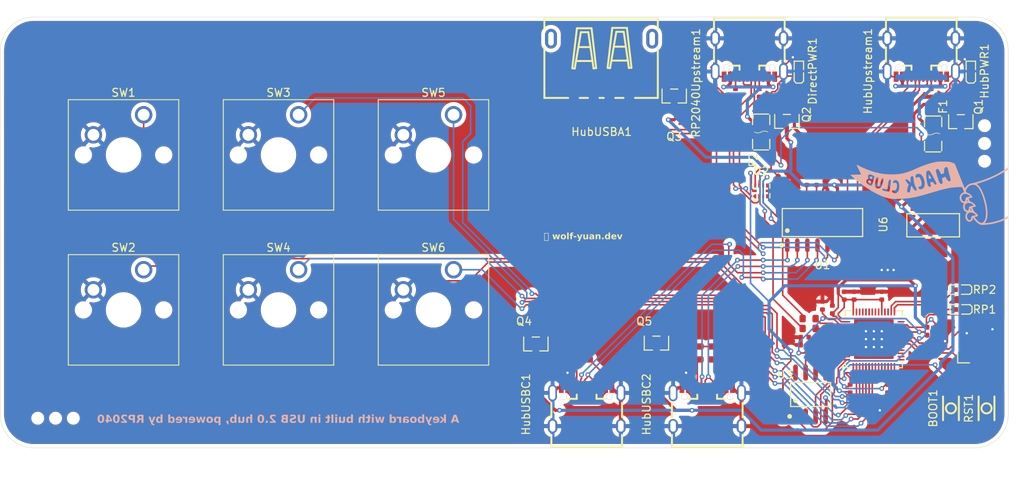
<source format=kicad_pcb>
(kicad_pcb (version 20241229) (generator "pcbnew") (generator_version "9.0")
  (layers (0 "F.Cu" signal) (2 "B.Cu" signal) (13 "F.Paste" user) (15 "B.Paste" user) (5 "F.SilkS" user "F.Silkscreen") (7 "B.SilkS" user "B.Silkscreen") (1 "F.Mask" user) (3 "B.Mask" user) (25 "Edge.Cuts" user))
  (net 0 "")
  (net 1 "GND")
  (net 2 "Net-(BOOT1-Pad2)")
  (net 3 "+5V")
  (net 4 "Net-(U1-VDD18)")
  (net 5 "Net-(U1-VDD33)")
  (net 6 "+3V3")
  (net 7 "/VBUS")
  (net 8 "/VBUSDirect")
  (net 9 "/D+")
  (net 10 "Net-(HubUpstream1-CC2)")
  (net 11 "/D-")
  (net 14 "Net-(HubUpstream1-CC1)")
  (net 15 "/HubUSBA1+")
  (net 16 "/HubUSBA1-")
  (net 17 "/HubUSBC1-")
  (net 18 "/HubUSBC1+")
  (net 19 "Net-(HubUSBC1-CC2)")
  (net 22 "Net-(HubUSBC1-CC1)")
  (net 23 "/HubUSBC2-")
  (net 25 "Net-(HubUSBC2-CC2)")
  (net 26 "/HubUSBC2+")
  (net 27 "Net-(HubUSBC2-CC1)")
  (net 29 "Net-(RP2040Upstream1-CC2)")
  (net 30 "Net-(RP2040Upstream1-CC1)")
  (net 31 "/QSPI_~{CS}")
  (net 33 "/DirectD+")
  (net 35 "/DirectD-")
  (net 36 "/HubRP2040-")
  (net 37 "/HubRP2040+")
  (net 39 "+1V1")
  (net 40 "/QSPI_D0")
  (net 41 "/QSPI_D3")
  (net 42 "/QSPI_CLK")
  (net 43 "/QSPI_D2")
  (net 44 "/QSPI_D1")
  (net 45 "Net-(U5-XIN)")
  (net 46 "Net-(U5-RUN)")
  (net 47 "Net-(U5-USB_DP)")
  (net 48 "Net-(U5-USB_DM)")
  (net 49 "Net-(U5-XOUT)")
  (net 50 "Net-(RP1-A)")
  (net 67 "Net-(DirectPWR1-A)")
  (net 68 "Net-(HubPWR1-A)")
  (net 69 "Net-(U2-S)")
  (net 70 "Net-(U2-D+)")
  (net 71 "Net-(U2-D-)")
  (net 73 "/5VDET")
  (net 74 "Net-(U5-GPIO18)")
  (net 76 "Net-(RP2-A)")
  (net 77 "Net-(U5-GPIO19)")
  (net 78 "Net-(C9-Pad1)")
  (net 79 "Net-(U5-GPIO0)")
  (net 80 "Net-(U5-GPIO1)")
  (net 81 "Net-(U5-GPIO2)")
  (net 82 "Net-(U5-GPIO3)")
  (net 83 "Net-(U5-GPIO4)")
  (net 84 "Net-(U5-GPIO5)")
  (net 92 "Net-(Q2-S)")
  (net 93 "Net-(HubUSBA1-VCC)")
  (net 94 "Net-(Q4-D)")
  (net 95 "Net-(Q5-D)")
  (net 96 "Net-(Q1-G)")
  (net 97 "Net-(Q2-G)")
  (net 98 "Net-(Q3-G)")
  (net 99 "Net-(Q4-G)")
  (net 100 "Net-(Q5-G)")
  (footprint "PCM_JLCPCB:R_0402" (layer "F.Cu") (at 300.25 111 -45)
    (property "Reference" "R14" (hide yes))
    (property "Value" "10kΩ" (hide yes))
  )
  (footprint "PCM_JLCPCB:R_0402" (layer "F.Cu") (at 321.75 137.175)
    (property "Reference" "R9" (hide yes))
    (property "Value" "1kΩ" (hide yes))
  )
  (footprint "PCM_JLCPCB:R_0402" (layer "F.Cu") (at 288.25 97.5 -90)
    (property "Reference" "R23" (hide yes))
    (property "Value" "100kΩ" (hide yes))
  )
  (footprint "Button_Switch_Keyboard:SW_Cherry_MX_1.00u_PCB" (layer "F.Cu") (at 239.24 102.87)
    (property "Reference" "SW3")
    (property "Value" "MX1A-11NW")
  )
  (footprint "easyeda2kicad:LED0402-R-RD" (layer "F.Cu") (at 322.9 127.5 180)
    (property "Reference" "RP1")
    (property "Value" "FC-F1005WD-455K5")
  )
  (footprint "PCM_JLCPCB:R_0603" (layer "F.Cu") (at 291.5 133 -90)
    (property "Reference" "R3" (hide yes))
    (property "Value" "56kΩ")
  )
  (footprint "Button_Switch_Keyboard:SW_Cherry_MX_1.00u_PCB" (layer "F.Cu") (at 258.84 122.47)
    (property "Reference" "SW6")
    (property "Value" "MX1A-11NW")
  )
  (footprint "easyeda2kicad:LED0402-R-RD" (layer "F.Cu") (at 302.5 97.35 90)
    (property "Reference" "DirectPWR1")
    (property "Value" "FC-F1005WD-455K5")
  )
  (footprint "PCM_JLCPCB:C_0402" (layer "F.Cu") (at 303.25 132 180)
    (property "Reference" "C15" (hide yes))
    (property "Value" "100nF")
  )
  (footprint "PCM_JLCPCB:C_0402" (layer "F.Cu") (at 304.75 111.25 90)
    (property "Reference" "C7" (hide yes))
    (property "Value" "10uF")
  )
  (footprint "easyeda2kicad:USB-C-SMD_TYPE-C-USB-17" (layer "F.Cu") (at 296.25 95.6325 180)
    (property "Reference" "RP2040Upstream1")
    (property "Value" "USB3.1C16PFSMT")
  )
  (footprint "PCM_JLCPCB:R_0402" (layer "F.Cu") (at 323.5 129.25 180)
    (property "Reference" "R18" (hide yes))
    (property "Value" "1kΩ" (hide yes))
  )
  (footprint "PCM_JLCPCB:C_0402" (layer "F.Cu") (at 305.5 131 180)
    (property "Reference" "C14" (hide yes))
    (property "Value" "100nF")
  )
  (footprint "" (layer "F.Cu") (at 326 104.25 90)
    (property "Reference" "")
    (property "Value" "")
  )
  (footprint "PCM_JLCPCB:C_0402" (layer "F.Cu") (at 318.75 109.1)
    (property "Reference" "C13" (hide yes))
    (property "Value" "10uF")
  )
  (footprint "PCM_JLCPCB:R_0402" (layer "F.Cu") (at 270.75 134 90)
    (property "Reference" "R24" (hide yes))
    (property "Value" "100kΩ" (hide yes))
  )
  (footprint "PCM_JLCPCB:R_0402" (layer "F.Cu") (at 319.25 100.1 90)
    (property "Reference" "R6" (hide yes))
    (property "Value" "5.1kΩ" (hide yes))
  )
  (footprint "PCM_JLCPCB:C_0402" (layer "F.Cu") (at 303.5 111.25 90)
    (property "Reference" "C6" (hide yes))
    (property "Value" "10uF")
  )
  (footprint "PCM_JLCPCB:C_1206" (layer "F.Cu") (at 287.75 132.73 90)
    (property "Reference" "C5" (hide yes))
    (property "Value" "100uF")
  )
  (footprint "Button_Switch_Keyboard:SW_Cherry_MX_1.00u_PCB" (layer "F.Cu") (at 219.64 102.87)
    (property "Reference" "SW1")
    (property "Value" "MX1A-11NW")
  )
  (footprint "PCM_JLCPCB:R_0402" (layer "F.Cu") (at 323.25 107.85 90)
    (property "Reference" "R21" (hide yes))
    (property "Value" "100kΩ" (hide yes))
  )
  (footprint "PCM_JLCPCB:R_0402" (layer "F.Cu") (at 319.62 126.5)
    (property "Reference" "R20" (hide yes))
    (property "Value" "200Ω" (hide yes))
  )
  (footprint "PCM_JLCPCB:C_0402" (layer "F.Cu") (at 309 137.5 -90)
    (property "Reference" "C23" (hide yes))
    (property "Value" "100nF")
  )
  (footprint "PCM_JLCPCB:R_0603" (layer "F.Cu") (at 303.81 128.65)
    (property "Reference" "R17" (hide yes))
    (property "Value" "27Ω")
  )
  (footprint "PCM_JLCPCB:C_1206" (layer "F.Cu") (at 286.25 95.23 -90)
    (property "Reference" "C1" (hide yes))
    (property "Value" "100uF")
  )
  (footprint "PCM_JLCPCB:C_0402" (layer "F.Cu") (at 301.75 100.35 45)
    (property "Reference" "C11" (hide yes))
    (property "Value" "100nF")
  )
  (footprint "easyeda2kicad:F1206" (layer "F.Cu") (at 319.5 105.3 -90)
    (property "Reference" "F1")
    (property "Value" "SMD1206P150TF")
  )
  (footprint "PCM_JLCPCB:R_0402" (layer "F.Cu") (at 299 108.5 -90)
    (property "Reference" "R12" (hide yes))
    (property "Value" "10kΩ" (hide yes))
  )
  (footprint "PCM_JLCPCB:C_0402" (layer "F.Cu") (at 325.75 129.25)
    (property "Reference" "C9" (hide yes))
    (property "Value" "15pF")
  )
  (footprint "PCM_JLCPCB:CRYSTAL-SMD_4P-L3.2-W2.5-BL" (layer "F.Cu") (at 324.5 132.75)
    (property "Reference" "U4" (hide yes))
    (property "Value" "X322512MSB4SI")
  )
  (footprint "PCM_JLCPCB:Hole_Tooling_JLCPCB" (layer "F.Cu") (at 208.5 141.25)
    (property "Reference" "REF**" (hide yes))
    (property "Value" "Hole_Tooling_JLCPCB" (hide yes))
  )
  (footprint "PCM_JLCPCB:C_0402" (layer "F.Cu") (at 313 125.75 90)
    (property "Reference" "C21" (hide yes))
    (property "Value" "100nF")
  )
  (footprint "PCM_JLCPCB:C_0402" (layer "F.Cu") (at 322.75 99.35 45)
    (property "Reference" "C8" (hide yes))
    (property "Value" "100nF")
  )
  (footprint "PCM_JLCPCB:R_0402" (layer "F.Cu") (at 314.25 101 90)
    (property "Reference" "R1" (hide yes))
    (property "Value" "5.1kΩ" (hide yes))
  )
  (footprint "PCM_JLCPCB:C_0402" (layer "F.Cu") (at 305.5 127 90)
    (property "Reference" "C19" (hide yes))
    (property "Value" "1uF")
  )
  (footprint "easyeda2kicad:UQFN-10_L2.0-W1.5-P0.50-BL" (layer "F.Cu") (at 297.75 112.5)
    (property "Reference" "U2")
    (property "Value" "TS3USB221RSER")
  )
  (footprint "PCM_JLCPCB:C_0402" (layer "F.Cu") (at 321.25 110.1)
    (property "Reference" "C12" (hide yes))
    (property "Value" "10uF")
  )
  (footprint "PCM_JLCPCB:QFN-56-1EP_7x7mm_P0.4mm_EP3.2x3.2mm_ThermalVias" (layer "F.Cu") (at 312 131.25 90)
    (property "Reference" "U5" (hide yes))
    (property "Value" "RP2040")
  )
  (footprint "easyeda2kicad:SW-SMD_L3.0-W2.0-LS3.5" (layer "F.Cu") (at 321.75 140 90)
    (property "Reference" "BOOT1")
    (property "Value" "1TS015A-1400-0600-CT")
  )
  (footprint "PCM_JLCPCB:R_0603" (layer "F.Cu") (at 303.81 129.9)
    (property "Reference" "R16" (hide yes))
    (property "Value" "27Ω")
  )
  (footprint "PCM_JLCPCB:R_0402" (layer "F.Cu") (at 300.5 141 -90)
    (property "Reference" "R10" (hide yes))
    (property "Value" "10kΩ" (hide yes))
  )
  (footprint "PCM_JLCPCB:R_0402" (layer "F.Cu") (at 286 134 90)
    (property "Reference" "R25" (hide yes))
    (property "Value" "100kΩ" (hide yes))
  )
  (footprint "easyeda2kicad:SOT-23-3_L2.9-W1.6-P1.90-LS2.9-BL" (layer "F.Cu") (at 284.5 131.75 180)
    (property "Reference" "Q5")
    (property "Value" "AO3415AL")
  )
  (footprint "PCM_JLCPCB:C_1206" (layer "F.Cu") (at 272.5 132.73 90)
    (property "Reference" "C4" (hide yes))
    (property "Value" "100uF")
  )
  (footprint "easyeda2kicad:SOT-23-3_L2.9-W1.6-P1.90-LS2.9-BL" (layer "F.Cu") (at 286.75 100.5 180)
    (property "Reference" "Q3")
    (property "Value" "AO3415AL")
  )
  (footprint "Button_Switch_Keyboard:SW_Cherry_MX_1.00u_PCB" (layer "F.Cu") (at 239.24 122.47)
    (property "Reference" "SW4")
    (property "Value" "MX1A-11NW")
  )
  (footprint "PCM_JLCPCB:R_0402" (layer "F.Cu") (at 302.75 105.85 90)
    (property "Reference" "R22" (hide yes))
    (property "Value" "100kΩ" (hide yes))
  )
  (footprint "easyeda2kicad:SOT-23-3_L2.9-W1.6-P1.90-LS2.9-BL" (layer "F.Cu") (at 323 103.74 180)
    (property "Reference" "Q1")
    (property "Value" "AO3415AL")
  )
  (footprint "PCM_JLCPCB:Hole_Tooling_JLCPCB" (layer "F.Cu") (at 326 106.5 90)
    (property "Reference" "REF**" (hide yes))
    (property "Value" "Hole_Tooling_JLCPCB" (hide yes))
  )
  (footprint "PCM_JLCPCB:R_0402" (layer "F.Cu") (at 319.62 127.5)
    (property "Reference" "R19" (hide yes))
    (property "Value" "200Ω" (hide yes))
  )
  (footprint "easyeda2kicad:LED0402-R-RD" (layer "F.Cu") (at 324.25 97.35 90)
    (property "Reference" "HubPWR1")
    (property "Value" "FC-F1005WD-455K5")
  )
  (footprint "PCM_JLCPCB:R_0402" (layer "F.Cu") (at 297.5 100.1 90)
    (property "Reference" "R11" (hide yes))
    (property "Value" "5.1kΩ" (hide yes))
  )
  (footprint "PCM_JLCPCB:R_0402" (layer "F.Cu") (at 294.5 100.1 90)
    (property "Reference" "R8" (hide yes))
    (property "Value" "5.1kΩ" (hide yes))
  )
  (footprint "easyeda2kicad:USB-C-SMD_TYPE-C-USB-17" (layer "F.Cu") (at 275.68 139.82)
    (property "Reference" "HubUSBC1")
    (property "Value" "USB3.1C16PFSMT")
  )
  (footprint "PCM_JLCPCB:R_0603" (layer "F.Cu") (at 274.5 133 -90)
    (property "Reference" "R4" (hide yes))
    (property "Value" "56kΩ")
  )
  (footprint "easyeda2kicad:SOP-16_L10.0-W3.9-P1.27-LS6.0-BL" (layer "F.Cu") (at 305.5 116.5)
    (property "Reference" "U1")
    (property "Value" "SL2.1A_C6798314")
  )
  (footprint "PCM_JLCPCB:C_0402" (layer "F.Cu") (at 313.75 137.5 -90)
    (property "Reference" "C24" (hide yes))
    (property "Value" "100nF")
  )
  (footprint "easyeda2kicad:SOIC-8_L4.9-W3.9-P1.27-LS6.0-BL" (layer "F.Cu") (at 304 138.25)
    (property "Reference" "U3")
    (property "Value" "W25Q80DVSNIG")
  )
  (footprint "PCM_JLCPCB:C_0402" (layer "F.Cu") (at 319.25 131.75)
    (property "Reference" "C22" (hide yes))
    (property "Value" "100nF")
  )
  (footprint "" (layer "F.Cu") (at 326 108.75 90)
    (property "Reference" "")
    (property "Value" "")
  )
  (footprint "PCM_JLCPCB:C_0402" (layer "F.Cu") (at 303.25 131 180)
    (property "Reference" "C16" (hide yes))
    (property "Value" "100nF")
  )
  (footprint "PCM_JLCPCB:C_0402" (layer "F.Cu") (at 319.25 130.75)
    (property "Reference" "C17" (hide yes))
    (property "Value" "100nF")
  )
  (footprint "PCM_JLCPCB:C_0402" (layer "F.Cu") (at 308.25 125.75 90)
    (property "Reference" "C18" (hide yes))
    (property "Value" "100nF")
  )
  (footprint "easyeda2kicad:SW-SMD_L3.0-W2.0-LS3.5" (layer "F.Cu") (at 326.25 140 -90)
    (property "Reference" "RST1")
    (property "Value" "1TS015A-1400-0600-CT")
  )
  (footprint "PCM_JLCPCB:C_0402" (layer "F.Cu") (at 323.25 135.25)
    (property "Reference" "C10" (hide yes))
    (property "Value" "15pF")
  )
  (footprint "PCM_JLCPCB:R_0603" (layer "F.Cu") (at 290 133 -90)
    (property "Reference" "R5" (hide yes))
    (property "Value" "56kΩ")
  )
  (footprint "PCM_JLCPCB:C_0402" (layer "F.Cu") (at 309.5 125.75 90)
    (property "Reference" "C20" (hide yes))
    (property "Value" "100nF")
  )
  (footprint "easyeda2kicad:F1206" (layer "F.Cu") (at 297.75 105.05 -90)
    (property "Reference" "F2")
    (property "Value" "SMD1206P150TF")
  )
  (footprint "PCM_JLCPCB:C_0402" (layer "F.Cu") (at 306.75 127.5 90)
    (property "Reference" "C25" (hide yes))
    (property "Value" "1uF")
  )
  (footprint "easyeda2kicad:USB-A-SMD_C39429" (layer "F.Cu") (at 277.565 97.14 180)
    (property "Reference" "HubUSBA1")
    (property "Value" "AF 10.0 HC6.3")
  )
  (footprint "" (layer "F.Cu") (at 206.25 141.25)
    (property "Reference" "")
    (property "Value" "")
  )
  (footprint "easyeda2kicad:LED0402-R-RD" (layer "F.Cu") (at 322.87 125 180)
    (property "Reference" "RP2")
    (property "Value" "FC-F1005WD-455K5")
  )
  (footprint "Button_Switch_Keyboard:SW_Cherry_MX_1.00u_PCB" (layer "F.Cu") (at 258.84 102.87)
    (property "Reference" "SW5")
    (property "Value" "MX1A-11NW")
  )
  (footprint "easyeda2kicad:USB-C-SMD_TYPE-C-USB-17" (layer "F.Cu") (at 290.93 139.82)
    (property "Reference" "HubUSBC2")
    (property "Value" "USB3.1C16PFSMT")
  )
  (footprint "" (layer "F.Cu") (at 210.75 141.25)
    (property "Reference" "")
    (property "Value" "")
  )
  (footprint "PCM_JLCPCB:R_0402" (layer "F.Cu") (at 323.5 100.35 45)
    (property "Reference" "R7" (hide yes))
    (property "Value" "200Ω" (hide yes))
  )
  (footprint "easyeda2kicad:SOT-223-3_L6.5-W3.4-P2.30-LS7.0-BR" (layer "F.Cu") (at 319.5 116.75 90)
    (property "Reference" "U6")
    (property "Value" "NCP1117ST33T3G")
  )
  (footprint "PCM_JLCPCB:R_0603" (layer "F.Cu") (at 276 133 -90)
    (property "Reference" "R2" (hide yes))
    (property "Value" "56kΩ")
  )
  (footprint "Button_Switch_Keyboard:SW_Cherry_MX_1.00u_PCB" (layer "F.Cu") (at 219.64 122.47)
    (property "Reference" "SW2")
    (property "Value" "MX1A-11NW")
  )
  (footprint "PCM_JLCPCB:R_0402" (layer "F.Cu") (at 301 99.35 45)
    (property "Reference" "R13" (hide yes))
    (property "Value" "200Ω" (hide yes))
  )
  (footprint "easyeda2kicad:SOT-23-3_L2.9-W1.6-P1.90-LS2.9-BL" (layer "F.Cu") (at 269.25 131.86 180)
    (property "Reference" "Q4")
    (property "Value" "AO3415AL")
  )
  (footprint "easyeda2kicad:USB-C-SMD_TYPE-C-USB-17" (layer "F.Cu") (at 318 95.6325 180)
    (property "Reference" "HubUpstream1")
    (property "Value" "USB3.1C16PFSMT")
  )
  (footprint "easyeda2kicad:SOT-23-3_L2.9-W1.6-P1.90-LS2.9-BL" (layer "F.Cu") (at 301 103.71 180)
    (property "Reference" "Q2")
    (property "Value" "AO3415AL")
  )
  (footprint "PCM_JLCPCB:R_0402" (layer "F.Cu") (at 319.25 129.75 180)
    (property "Reference" "R15" (hide yes))
    (property "Value" "10kΩ" (hide yes))
  )
  (footprint "LOGO" (layer "B.Cu") (at 319 112.75 180)
    (property "Reference" "G***" (hide yes))
    (property "Value" "LOGO" (hide yes))
  )
  (gr_line (start 205.755204 90.505205) (end 324.7448 90.505204) (stroke (width 0.05)) (layer "Edge.Cuts"))
  (gr_arc (start 329 140.75) (mid 327.755204 143.755204) (end 324.75 145) (stroke (width 0.05)) (layer "Edge.Cuts"))
  (gr_arc (start 201.505204 94.755204) (mid 202.75 91.75) (end 205.755204 90.505204) (stroke (width 0.05)) (layer "Edge.Cuts"))
  (gr_arc (start 205.75 145) (mid 202.744796 143.755204) (end 201.5 140.75) (stroke (width 0.05)) (layer "Edge.Cuts"))
  (gr_line (start 201.5 140.75) (end 201.505204 94.7552) (stroke (width 0.05)) (layer "Edge.Cuts"))
  (gr_line (start 328.994796 94.7552) (end 329 140.75) (stroke (width 0.05)) (layer "Edge.Cuts"))
  (gr_arc (start 324.744796 90.505204) (mid 327.75 91.75) (end 328.994796 94.755204) (stroke (width 0.05)) (layer "Edge.Cuts"))
  (gr_line (start 324.75 145) (end 205.75 145) (stroke (width 0.05)) (layer "Edge.Cuts"))
  (gr_text "󰖟 wolf-yuan.dev" (at 270.25 118.75 0) (layer "F.SilkS") (effects (font (size 0.8 0.8) (thickness 0.2) (bold yes)) (justify left bottom)))
  (gr_text "A keyboard with built in USB 2.0 hub, powered by RP2040" (at 213.75 142 0) (layer "B.SilkS") (effects (font (size 1 1) (thickness 0.25) (bold yes)) (justify right bottom mirror)))
  (segment (start 324.482 95.85) (end 324.821 96.189) (width 0.2) (layer "F.Cu") (net 1))
  (segment (start 293.400057 100.6) (end 294.5 100.6) (width 0.2) (layer "F.Cu") (net 1))
  (segment (start 298.5 100.6) (end 297.5 100.6) (width 0.2) (layer "F.Cu") (net 1))
  (segment (start 300.25 112.5) (end 301.05 113.3) (width 0.2) (layer "F.Cu") (net 1))
  (segment (start 272.01 137.4) (end 271.36 138.05) (width 0.4) (layer "F.Cu") (net 1))
  (segment (start 298.61 112.5) (end 300 112.5) (width 0.2) (layer "F.Cu") (net 1))
  (segment (start 314.33 98.0525) (end 313.68 97.4025) (width 0.2) (layer "F.Cu") (net 1))
  (segment (start 305.9 138.665571) (end 305.88355 138.649121) (width 0.2) (layer "F.Cu") (net 1))
  (segment (start 322.75 108.35) (end 321.75 109.35) (width 0.2) (layer "F.Cu") (net 1))
  (segment (start 303.502 96.455) (end 303.502 98.955727) (width 0.2) (layer "F.Cu") (net 1))
  (segment (start 300.39345 98.45655) (end 299.851 98.999) (width 0.2) (layer "F.Cu") (net 1))
  (segment (start 323.75 131.6) (end 323.4 131.95) (width 0.2) (layer "F.Cu") (net 1))
  (segment (start 319.25 109.1) (end 320.75 109.1) (width 0.2) (layer "F.Cu") (net 1))
  (segment (start 324.821 96.189) (end 324.821 97.319) (width 0.2) (layer "F.Cu") (net 1))
  (segment (start 319.25 100.6) (end 320.529618 100.6) (width 0.2) (layer "F.Cu") (net 1))
  (segment (start 314.81 98.0525) (end 314.33 98.0525) (width 0.2) (layer "F.Cu") (net 1))
  (segment (start 302.5 97.97) (end 301.1375 97.97) (width 0.2) (layer "F.Cu") (net 1))
  (segment (start 299.498943 99.951) (end 299.149 99.951) (width 0.2) (layer "F.Cu") (net 1))
  (segment (start 302.46128 99.996447) (end 302.103553 99.996447) (width 0.2) (layer "F.Cu") (net 1))
  (segment (start 300 112.5) (end 300.25 112.5) (width 0.2) (layer "F.Cu") (net 1))
  (segment (start 299.149 99.951) (end 298.5 100.6) (width 0.2) (layer "F.Cu") (net 1))
  (segment (start 321.618306 98.981694) (end 322.32 98.28) (width 0.2) (layer "F.Cu") (net 1))
  (segment (start 327 130) (end 327 129.25) (width 0.2) (layer "F.Cu") (net 1))
  (segment (start 298.5 111.82) (end 299.32 111.82) (width 0.2) (layer "F.Cu") (net 1))
  (segment (start 306.75 124.650058) (end 308.900058 122.5) (width 0.4) (layer "F.Cu") (net 1))
  (segment (start 319.75 130.75) (end 319.75 131.75) (width 0.2) (layer "F.Cu") (net 1))
  (segment (start 292.58 98.0525) (end 291.93 97.4025) (width 0.2) (layer "F.Cu") (net 1))
  (segment (start 295.25 138.05) (end 294.77 138.05) (width 0.4) (layer "F.Cu") (net 1))
  (segment (start 271.299 137.989) (end 271.36 138.05) (width 0.2) (layer "F.Cu") (net 1))
  (segment (start 272.5 134.75) (end 273.25 135.5) (width 0.2) (layer "F.Cu") (net 1))
  (segment (start 321.75 109.35) (end 321.75 110.1) (width 0.2) (layer "F.Cu") (net 1))
  (segment (start 324.821 97.319) (end 324.25 97.89) (width 0.2) (layer "F.Cu") (net 1))
  (segment (start 293.06 98.0525) (end 292.58 98.0525) (width 0.2) (layer "F.Cu") (net 1))
  (segment (start 279.52 138.05) (end 278.87 137.4) (width 0.4) (layer "F.Cu") (net 1))
  (segment (start 323.25 108.35) (end 322.75 108.35) (width 0.2) (layer "F.Cu") (net 1))
  (segment (start 305.999999 126.500001) (end 306.75 125.75) (width 0.4) (layer "F.Cu") (net 1))
  (segment (start 301.05 113.3) (end 301.05 113.63) (width 0.2) (layer "F.Cu") (net 1))
  (segment (start 286.61 138.05) (end 286.5 137.94) (width 0.2) (layer "F.Cu") (net 1))
  (segment (start 320.75 131.75) (end 321 131.5) (width 0.2) (layer "F.Cu") (net 1))
  (segment (start 319.75 131.75) (end 320.75 131.75) (width 0.2) (layer "F.Cu") (net 1))
  (segment (start 320.75 109.1) (end 321.75 110.1) (width 0.2) (layer "F.Cu") (net 1))
  (segment (start 320.529618 100.6) (end 321.618306 99.511312) (width 0.2) (layer "F.Cu") (net 1))
  (segment (start 272.5 134.21) (end 272.5 134.75) (width 0.2) (layer "F.Cu") (net 1))
  (segment (start 291.93 99.129943) (end 293.400057 100.6) (width 0.2) (layer "F.Cu") (net 1))
  (segment (start 287.26 137.4) (end 286.61 138.05) (width 0.4) (layer "F.Cu") (net 1))
  (segment (start 287.75 134.21) (end 287.75 135) (width 0.2) (layer "F.Cu") (net 1))
  (segment (start 313.639 97.4435) (end 313.639 100.889) (width 0.2) (layer "F.Cu") (net 1))
  (segment (start 322.32 98.28) (end 322.32 97.4025) (width 0.2) (layer "F.Cu") (net 1))
  (segment (start 270.75 134.5) (end 272.21 134.5) (width 0.4) (layer "F.Cu") (net 1))
  (segment (start 313.68 97.4025) (end 313.639 97.4435) (width 0.2) (layer "F.Cu") (net 1))
  (segment (start 305.9 141.02) (end 305.9 138.665571) (width 0.2) (layer "F.Cu") (net 1))
  (segment (start 309 138) (end 308.899 137.899) (width 0.2) (layer "F.Cu") (net 1))
  (segment (start 322.32 97.03) (end 323.5 95.85) (width 0.2) (layer "F.Cu") (net 1))
  (segment (start 322.32 98.212894) (end 323.103553 98.996447) (width 0.2) (layer "F.Cu") (net 1))
  (segment (start 322.32 96.53) (end 322.32 97.4025) (width 0.2) (layer "F.Cu") (net 1))
  (segment (start 322.32 97.4025) (end 322.32 98.212894) (width 0.2) (layer "F.Cu") (net 1))
  (segment (start 305.5 126.500001) (end 305.999999 126.500001) (width 0.4) (layer "F.Cu") (net 1))
  (segment (start 286.61 138.05) (end 286.549 137.989) (width 0.2) (layer "F.Cu") (net 1))
  (segment (start 300.57 96.78) (end 301.75 95.6) (width 0.2) (layer "F.Cu") (net 1))
  (segment (start 286 134.5) (end 287.46 134.5) (width 0.4) (layer "F.Cu") (net 1))
  (segment (start 299.92 98.0525) (end 300.57 97.4025) (width 0.2) (layer "F.Cu") (net 1))
  (segment (start 315.44 132.25) (end 313 132.25) (width 0.2) (layer "F.Cu") (net 1))
  (segment (start 299.46 98.0525) (end 299.92 98.0525) (width 0.2) (layer "F.Cu") (net 1))
  (segment (start 321.618306 99.511312) (end 321.618306 98.981694) (width 0.2) (layer "F.Cu") (net 1))
  (segment (start 323.5 95.85) (end 324.482 95.85) (width 0.2) (layer "F.Cu") (net 1))
  (segment (start 321.21 98.0525) (end 321.67 98.0525) (width 0.2) (layer "F.Cu") (net 1))
  (segment (start 291.3775 96.85) (end 291.93 97.4025) (width 0.2) (layer "F.Cu") (net 1))
  (segment (start 313.639 100.889) (end 314.25 101.5) (width 0.2) (layer "F.Cu") (net 1))
  (segment (start 327 129.25) (end 326.25 129.25) (width 0.2) (layer "F.Cu") (net 1))
  (segment (start 287.72 137.4) (end 287.26 137.4) (width 0.4) (layer "F.Cu") (net 1))
  (segment (start 300.57 97.4025) (end 300.39345 97.57905) (width 0.2) (layer "F.Cu") (net 1))
  (segment (start 294.77 138.05) (end 294.12 137.4) (width 0.4) (layer "F.Cu") (net 1))
  (segment (start 280 138.05) (end 279.52 138.05) (width 0.4) (layer "F.Cu") (net 1))
  (segment (start 301.1375 97.97) (end 300.57 97.4025) (width 0.2) (layer "F.Cu") (net 1))
  (segment (start 272.47 137.4) (end 272.01 137.4) (width 0.4) (layer "F.Cu") (net 1))
  (segment (start 323.75 130.5) (end 323.75 131.6) (width 0.2) (layer "F.Cu") (net 1))
  (segment (start 287.46 134.5) (end 287.75 134.21) (width 0.4) (layer "F.Cu") (net 1))
  (segment (start 313.1275 96.85) (end 313.68 97.4025) (width 0.2) (layer "F.Cu") (net 1))
  (segment (start 272.21 134.5) (end 272.5 134.21) (width 0.4) (layer "F.Cu") (net 1))
  (segment (start 308.899 137.899) (end 307.769726 137.899) (width 0.2) (layer "F.Cu") (net 1))
  (segment (start 299.32 111.82) (end 300 112.5) (width 0.2) (layer "F.Cu") (net 1))
  (segment (start 322.32 97.4025) (end 322.32 97.03) (width 0.2) (layer "F.Cu") (net 1))
  (segment (start 300.57 97.4025) (end 300.57 96.78) (width 0.2) (layer "F.Cu") (net 1))
  (segment (start 300.39345 97.57905) (end 300.39345 98.45655) (width 0.2) (layer "F.Cu") (net 1))
  (segment (start 307.769726 137.899) (end 307.650909 137.780183) (width 0.2) (layer "F.Cu") (net 1))
  (segment (start 302.103553 99.996447) (end 302.146447 99.996447) (width 0.2) (layer "F.Cu") (net 1))
  (segment (start 306.75 127) (end 306.75 125.75) (width 0.4) (layer "F.Cu") (net 1))
  (segment (start 300.57 97.17) (end 300.5 97.1) (width 0.2) (layer "F.Cu") (net 1))
  (segment (start 291.93 97.4025) (end 291.93 99.129943) (width 0.2) (layer "F.Cu") (net 1))
  (segment (start 287.75 135) (end 288.25 135.5) (width 0.2) (layer "F.Cu") (net 1))
  (segment (start 302.647 95.6) (end 303.502 96.455) (width 0.2) (layer "F.Cu") (net 1))
  (segment (start 308.900058 122.5) (end 314.5 122.5) (width 0.4) (layer "F.Cu") (net 1))
  (segment (start 321.67 98.0525) (end 322.32 97.4025) (width 0.2) (layer "F.Cu") (net 1))
  (segment (start 300.57 98.295) (end 300.57 97.4025) (width 0.2) (layer "F.Cu") (net 1))
  (segment (start 299.851 98.999) (end 299.851 99.598943) (width 0.2) (layer "F.Cu") (net 1))
  (segment (start 303.502 98.955727) (end 302.46128 99.996447) (width 0.2) (layer "F.Cu") (net 1))
  (segment (start 299.851 99.598943) (end 299.498943 99.951) (width 0.2) (layer "F.Cu") (net 1))
  (segment (start 308.25 125.25) (end 309.5 125.25) (width 0.2) (layer "F.Cu") (net 1))
  (segment (start 306.75 125.75) (end 306.75 124.650058) (width 0.4) (layer "F.Cu") (net 1))
  (segment (start 301.75 95.6) (end 302.647 95.6) (width 0.2) (layer "F.Cu") (net 1))
  (via (at 327 130) (size 0.6) (drill 0.3) (layers "F.Cu" "B.Cu") (net 1))
  (via (at 305.88355 138.649121) (size 0.6) (drill 0.3) (layers "F.Cu" "B.Cu") (net 1))
  (via (at 314.5 122.5) (size 0.6) (drill 0.3) (layers "F.Cu" "B.Cu") (net 1))
  (via (at 288.25 135.5) (size 0.6) (drill 0.3) (layers "F.Cu" "B.Cu") (net 1))
  (via (at 307.650909 137.780183) (size 0.6) (drill 0.3) (layers "F.Cu" "B.Cu") (net 1))
  (via (at 323.5 95.85) (size 0.6) (drill 0.3) (layers "F.Cu" "B.Cu") (net 1))
  (via (at 301.75 95.6) (size 0.6) (drill 0.3) (layers "F.Cu" "B.Cu") (net 1))
  (via (at 313 122.5) (size 0.6) (drill 0.3) (layers "F.Cu" "B.Cu") (net 1))
  (via (at 273.25 135.5) (size 0.6) (drill 0.3) (layers "F.Cu" "B.Cu") (net 1))
  (via (at 312.75 140.25) (size 0.6) (drill 0.3) (layers "F.Cu" "B.Cu") (net 1))
  (via (at 313.75 122.5) (size 0.6) (drill 0.3) (layers "F.Cu" "B.Cu") (net 1))
  (via (at 323.75 130.5) (size 0.6) (drill 0.3) (layers "F.Cu" "B.Cu") (net 1))
  (via (at 321 131.5) (size 0.6) (drill 0.3) (layers "F.Cu" "B.Cu") (net 1))
  (segment (start 308.601 139.548946) (end 308.601 138.251057) (width 0.2) (layer "B.Cu") (net 1))
  (segment (start 307.135432 139.901003) (end 308.248943 139.901003) (width 0.2) (layer "B.Cu") (net 1))
  (segment (start 307.769726 137.899) (end 308.248943 137.899) (width 0.2) (layer "B.Cu") (net 1))
  (segment (start 308.549972 138.200028) (end 310.599943 140.25) (width 0.2) (layer "B.Cu") (net 1))
  (segment (start 308.248943 137.899) (end 308.549972 138.200028) (width 0.2) (layer "B.Cu") (net 1))
  (segment (start 308.248943 139.901003) (end 308.601 139.548946) (width 0.2) (layer "B.Cu") (net 1))
  (segment (start 307.650909 137.780183) (end 307.769726 137.899) (width 0.2) (layer "B.Cu") (net 1))
  (segment (start 305.88355 138.649121) (end 307.135432 139.901003) (width 0.2) (layer "B.Cu") (net 1))
  (segment (start 308.601 138.251057) (end 308.549972 138.200028) (width 0.2) (layer "B.Cu") (net 1))
  (segment (start 310.599943 140.25) (end 312.75 140.25) (width 0.2) (layer "B.Cu") (net 1))
  (segment (start 322.25 137.175) (end 322.25 137.85) (width 0.2) (layer "F.Cu") (net 2))
  (segment (start 322.25 137.85) (end 321.75 138.35) (width 0.2) (layer "F.Cu") (net 2))
  (segment (start 301 104.85) (end 301 105.85) (width 0.4) (layer "F.Cu") (net 3))
  (segment (start 317.049 109.1) (end 317.049 110.1) (width 0.4) (layer "F.Cu") (net 3))
  (segment (start 323 104.88) (end 323 105.7) (width 0.4) (layer "F.Cu") (net 3))
  (segment (start 285.8 99.37) (end 286.082 99.37) (width 0.4) (layer "F.Cu") (net 3))
  (segment (start 283.55 130.62) (end 283.55 136.834917) (width 0.4) (layer "F.Cu") (net 3))
  (segment (start 301 104.85) (end 301 101.1) (width 0.4) (layer "F.Cu") (net 3))
  (segment (start 268.3 130.73) (end 269.236 129.794) (width 0.4) (layer "F.Cu") (net 3))
  (segment (start 316.28 113.78) (end 317.2 113.78) (width 0.4) (layer "F.Cu") (net 3))
  (segment (start 283.55 130.62) (end 284.486 129.684) (width 0.4) (layer "F.Cu") (net 3))
  (segment (start 320.35 108.35) (end 317.049 108.35) (width 0.4) (layer "F.Cu") (net 3))
  (segment (start 286.082 99.37) (end 287.75 101.038) (width 0.4) (layer "F.Cu") (net 3))
  (segment (start 322.396447 99.703553) (end 320.539 101.561) (width 0.4) (layer "F.Cu") (net 3))
  (segment (start 317.049 113.629) (end 317.2 113.78) (width 0.4) (layer "F.Cu") (net 3))
  (segment (start 288.68 132.18) (end 287.75 131.25) (width 0.2) (layer "F.Cu") (net 3))
  (segment (start 317.049 102.809636) (end 317.049 108.35) (width 0.4) (layer "F.Cu") (net 3))
  (segment (start 287.75 102.5) (end 286.75 103.5) (width 0.4) (layer "F.Cu") (net 3))
  (segment (start 290 132.18) (end 288.68 132.18) (width 0.2) (layer "F.Cu") (net 3))
  (segment (start 273.43 132.18) (end 272.5 131.25) (width 0.2) (layer "F.Cu") (net 3))
  (segment (start 274.34 132.02) (end 274.5 132.18) (width 0.4) (layer "F.Cu") (net 3))
  (segment (start 284.486 129.684) (end 286.184 129.684) (width 0.4) (layer "F.Cu") (net 3))
  (segment (start 285.8 99.37) (end 285.8 97.16) (width 0.4) (layer "F.Cu") (net 3))
  (segment (start 289 140.25) (end 286.965083 140.25) (width 0.4) (layer "F.Cu") (net 3))
  (segment (start 287.75 101.038) (end 287.75 102.5) (width 0.4) (layer "F.Cu") (net 3))
  (segment (start 268.3 136.834917) (end 271.715083 140.25) (width 0.4) (layer "F.Cu") (net 3))
  (segment (start 323 105.7) (end 320.35 108.35) (width 0.4) (layer "F.Cu") (net 3))
  (segment (start 301 101.1) (end 301.396447 100.703553) (width 0.4) (layer "F.Cu") (net 3))
  (segment (start 276 132.18) (end 274.5 132.18) (width 0.2) (layer "F.Cu") (net 3))
  (segment (start 286.75 103.5) (end 286 103.5) (width 0.4) (layer "F.Cu") (net 3))
  (segment (start 315.5 114.5) (end 315.56 114.5) (width 0.4) (layer "F.Cu") (net 3))
  (segment (start 285.8 97.16) (end 286.25 96.71) (width 0.4) (layer "F.Cu") (net 3))
  (segment (start 274.5 132.18) (end 273.43 132.18) (width 0.2) (layer "F.Cu") (net 3))
  (segment (start 317.049 110) (end 317.049 113.629) (width 0.4) (layer "F.Cu") (net 3))
  (segment (start 271.044 129.794) (end 272.5 131.25) (width 0.4) (layer "F.Cu") (net 3))
  (segment (start 307.4 112.15) (end 307.4 113.63) (width 0.4) (layer "F.Cu") (net 3))
  (segment (start 317.049 107.6) (end 317.049 109.1) (width 0.4) (layer "F.Cu") (net 3))
  (segment (start 318.25 109.1) (end 317.049 109.1) (width 0.2) (layer "F.Cu") (net 3))
  (segment (start 307 111.75) (end 307.4 112.15) (width 0.4) (layer "F.Cu") (net 3))
  (segment (start 290 132.18) (end 291.5 132.18) (width 0.2) (layer "F.Cu") (net 3))
  (segment (start 268.3 130.73) (end 268.3 136.834917) (width 0.4) (layer "F.Cu") (net 3))
  (segment (start 318.297636 101.561) (end 317.049 102.809636) (width 0.4) (layer "F.Cu") (net 3))
  (segment (start 283.55 136.834917) (end 286.965083 140.25) (width 0.4) (layer "F.Cu") (net 3))
  (segment (start 315.56 114.5) (end 316.28 113.78) (width 0.4) (layer "F.Cu") (net 3))
  (segment (start 269.236 129.794) (end 271.044 129.794) (width 0.4) (layer "F.Cu") (net 3))
  (segment (start 271.715083 140.25) (end 272.25 140.25) (width 0.4) (layer "F.Cu") (net 3))
  (segment (start 320.539 101.561) (end 318.297636 101.561) (width 0.4) (layer "F.Cu") (net 3))
  (segment (start 286.184 129.684) (end 287.75 131.25) (width 0.4) (layer "F.Cu") (net 3))
  (segment (start 301 105.85) (end 301.5 106.35) (width 0.4) (layer "F.Cu") (net 3))
  (via (at 307 111.75) (size 0.6) (drill 0.3) (layers "F.Cu" "B.Cu") (net 3))
  (via (at 286 103.5) (size 0.6) (drill 0.3) (layers "F.Cu" "B.Cu") (net 3))
  (via (at 289 140.25) (size 0.6) (drill 0.3) (layers "F.Cu" "B.Cu") (net 3))
  (via (at 315.5 114.5) (size 0.6) (drill 0.3) (layers "F.Cu" "B.Cu") (net 3))
  (via (at 272.25 140.25) (size 0.6) (drill 0.3) (layers "F.Cu" "B.Cu") (net 3))
  (via (at 301.5 106.35) (size 0.6) (drill 0.3) (layers "F.Cu" "B.Cu") (net 3))
  (segment (start 315.5 114.5) (end 322 121) (width 0.4) (layer "B.Cu") (net 3))
  (segment (start 290.75 108.25) (end 296.75 108.25) (width 0.4) (layer "B.Cu") (net 3))
  (segment (start 322 121) (end 322 132.660636) (width 0.4) (layer "B.Cu") (net 3))
  (segment (start 289 140.25) (end 272.25 140.25) (width 0.4) (layer "B.Cu") (net 3))
  (segment (start 301.299 110.049) (end 301.5 110.25) (width 0.4) (layer "B.Cu") (net 3))
  (segment (start 312.491364 142.75) (end 297.75 142.75) (width 0.4) (layer "B.Cu") (net 3))
  (segment (start 322 132.660636) (end 320.451 134.209636) (width 0.4) (layer "B.Cu") (net 3))
  (segment (start 286 103.5) (end 290.75 108.25) (width 0.4) (layer "B.Cu") (net 3))
  (segment (start 298.5 110) (end 301.25 110) (width 0.4) (layer "B.Cu") (net 3))
  (segment (start 301.5 109.848) (end 301.299 110.049) (width 0.4) (layer "B.Cu") (net 3))
  (segment (start 320.451 134.790364) (end 312.491364 142.75) (width 0.4) (layer "B.Cu") (net 3))
  (segment (start 301.25 110) (end 301.299 110.049) (width 0.4) (layer "B.Cu") (net 3))
  (segment (start 296.75 108.25) (end 298.5 110) (width 0.4) (layer "B.Cu") (net 3))
  (segment (start 295.25 140.25) (end 289 140.25) (width 0.4) (layer "B.Cu") (net 3))
  (segment (start 301.5 106.25) (end 301.5 109.848) (width 0.4) (layer "B.Cu") (net 3))
  (segment (start 320.451 134.209636) (end 320.451 134.790364) (width 0.4) (layer "B.Cu") (net 3))
  (segment (start 307 111.75) (end 303 111.75) (width 0.4) (layer "B.Cu") (net 3))
  (segment (start 297.75 142.75) (end 295.25 140.25) (width 0.4) (layer "B.Cu") (net 3))
  (segment (start 315.5 114.5) (end 312.75 111.75) (width 0.4) (layer "B.Cu") (net 3))
  (segment (start 312.75 111.75) (end 307 111.75) (width 0.4) (layer "B.Cu") (net 3))
  (segment (start 303 111.75) (end 301.5 110.25) (width 0.4) (layer "B.Cu") (net 3))
  (segment (start 303.5 113.54) (end 303.59 113.63) (width 0.2) (layer "F.Cu") (net 4))
  (segment (start 303.5 111.75) (end 303.5 113.54) (width 0.2) (layer "F.Cu") (net 4))
  (segment (start 304.75 113.51) (end 304.87 113.63) (width 0.2) (layer "F.Cu") (net 5))
  (segment (start 304.75 111.75) (end 304.75 113.51) (width 0.2) (layer "F.Cu") (net 5))
  (segment (start 309.4 135.5) (end 309.4 134.69) (width 0.2) (layer "F.Cu") (net 6))
  (segment (start 309.5 126.25) (end 313 126.25) (width 0.2) (layer "F.Cu") (net 6))
  (segment (start 308.1 130.65) (end 308 130.75) (width 0.2) (layer "F.Cu") (net 6))
  (segment (start 320.5 110.1) (end 320.75 110.1) (width 0.4) (layer "F.Cu") (net 6))
  (segment (start 306.25 130.75) (end 306 131) (width 0.2) (layer "F.Cu") (net 6))
  (segment (start 306.75 128.25) (end 306.849 128.349) (width 0.2) (layer "F.Cu") (net 6))
  (segment (start 308.349943 135.5) (end 309.4 135.5) (width 0.2) (layer "F.Cu") (net 6))
  (segment (start 302.09 135.48) (end 300.5 137.07) (width 0.2) (layer "F.Cu") (net 6))
  (segment (start 308.56 130.65) (end 308.1 130.65) (width 0.2) (layer "F.Cu") (net 6))
  (segment (start 306.63855 131.049) (end 306.07655 131.611) (width 0.2) (layer "F.Cu") (net 6))
  (segment (start 308.56 131.049) (end 306.63855 131.049) (width 0.2) (layer "F.Cu") (net 6))
  (segment (start 317.75 131.75) (end 318.75 131.75) (width 0.2) (layer "F.Cu") (net 6))
  (segment (start 304.361 131.611) (end 305.42345 131.611) (width 0.2) (layer "F.Cu") (net 6))
  (segment (start 296.4 110.25) (end 296.5 110.35) (width 0.2) (layer "F.Cu") (net 6))
  (segment (start 319.5 114.48) (end 315.75 118.23) (width 0.4) (layer "F.Cu") (net 6))
  (segment (start 319.75 129.25) (end 319.25 128.75) (width 0.2) (layer "F.Cu") (net 6))
  (segment (start 307.5 128) (end 307.5 128.25) (width 0.2) (layer "F.Cu") (net 6))
  (segment (start 296.5 112.207265) (end 296.792735 112.5) (width 0.2) (layer "F.Cu") (net 6))
  (segment (start 313.5 137) (end 313 137.5) (width 0.2) (layer "F.Cu") (net 6))
  (segment (start 306.75 128) (end 306.75 128.25) (width 0.2) (layer "F.Cu") (net 6))
  (segment (start 313 134.69) (end 313 136.25) (width 0.2) (layer "F.Cu") (net 6))
  (segment (start 315.75 123.75) (end 308.5 123.75) (width 0.4) (layer "F.Cu") (net 6))
  (segment (start 308 130.75) (end 306.25 130.75) (width 0.2) (layer "F.Cu") (net 6))
  (segment (start 307.9 128.65) (end 308.56 128.65) (width 0.2) (layer "F.Cu") (net 6))
  (segment (start 309.399 126.351) (end 309.399 127.81) (width 0.2) (layer "F.Cu") (net 6))
  (segment (start 317.5 131.5) (end 317.75 131.75) (width 0.2) (layer "F.Cu") (net 6))
  (segment (start 313.75 137) (end 313.5 137) (width 0.2) (layer "F.Cu") (net 6))
  (segment (start 306.07655 131.611) (end 305.42345 131.611) (width 0.2) (layer "F.Cu") (net 6))
  (segment (start 308.75 137.25) (end 309 137) (width 0.2) (layer "F.Cu") (net 6))
  (segment (start 319.5 113.78) (end 319.5 111) (width 0.4) (layer "F.Cu") (net 6))
  (segment (start 317.5 131.5) (end 317.75 131.25) (width 0.2) (layer "F.Cu") (net 6))
  (segment (start 313 136.25) (end 313.75 137) (width 0.2) (layer "F.Cu") (net 6))
  (segment (start 315.75 123.75) (end 316.5 123.75) (width 0.4) (layer "F.Cu") (net 6))
  (segment (start 319.5 111) (end 320.5 110) (width 0.4) (layer "F.Cu") (net 6))
  (segment (start 301.5 134) (end 300.5 135) (width 0.2) (layer "F.Cu") (net 6))
  (segment (start 317.75 131.25) (end 317.75 131.150003) (width 0.2) (layer "F.Cu") (net 6))
  (segment (start 306.75 128) (end 307.5 127.25) (width 0.2) (layer "F.Cu") (net 6))
  (segment (start 319.75 129.75) (end 319.75 129.25) (width 0.2) (layer "F.Cu") (net 6))
  (segment (start 296.792735 112.5) (end 296.89 112.5) (width 0.2) (layer "F.Cu") (net 6))
  (segment (start 319.5 113.78) (end 319.5 114.48) (width 0.4) (layer "F.Cu") (net 6))
  (segment (start 301.5 132.75) (end 301.5 134) (width 0.2) (layer "F.Cu") (net 6))
  (segment (start 296.5 110.35) (end 296.5 112.207265) (width 0.2) (layer "F.Cu") (net 6))
  (segment (start 308.5 123.75) (end 307.5 124.75) (width 0.4) (layer "F.Cu") (net 6))
  (segment (start 307.1661 128.349) (end 307.8661 129.049) (width 0.2) (layer "F.Cu") (net 6))
  (segment (start 296.7215 112.5) (end 296.89 112.5) (width 0.2) (layer "F.Cu") (net 6))
  (segment (start 307.8661 129.049) (end 308.56 129.049) (width 0.2) (layer "F.Cu") (net 6))
  (segment (start 315.44 131.05) (end 317.05 131.05) (width 0.2) (layer "F.Cu") (net 6))
  (segment (start 303.75 131) (end 304.361 131.611) (width 0.2) (layer "F.Cu") (net 6))
  (segment (start 313 126.25) (end 313 127.81) (width 0.2) (layer "F.Cu") (net 6))
  (segment (start 308.25 126.25) (end 308.25 127.25) (width 0.2) (layer "F.Cu") (net 6))
  (segment (start 300.5 135) (end 300.5 140.5) (width 0.2) (layer "F.Cu") (net 6))
  (segment (start 309 136.150057) (end 308.349943 135.5) (width 0.2) (layer "F.Cu") (net 6))
  (segment (start 308.25 137.25) (end 308.75 137.25) (width 0.2) (layer "F.Cu") (net 6))
  (segment (start 306.849 128.349) (end 307.1661 128.349) (width 0.2) (layer "F.Cu") (net 6))
  (segment (start 317.05 131.05) (end 317.5 131.5) (width 0.2) (layer "F.Cu") (net 6))
  (segment (start 315.75 118.23) (end 315.75 123.75) (width 0.4) (layer "F.Cu") (net 6))
  (segment (start 309 137) (end 309 136.150057) (width 0.2) (layer "F.Cu") (net 6))
  (segment (start 308.25 127.25) (end 307.5 128) (width 0.2) (layer "F.Cu") (net 6))
  (segment (start 307.5 127.25) (end 307.5 125.5) (width 0.2) (layer "F.Cu") (net 6))
  (segment (start 308.25 126.25) (end 307.5 125.5) (width 0.2) (layer "F.Cu") (net 6))
  (segment (start 309.5 126.25) (end 309.399 126.351) (width 0.2) (layer "F.Cu") (net 6))
  (segment (start 316.5 123.75) (end 317.25 124.5) (width 0.4) (layer "F.Cu") (net 6))
  (segment (start 307.5 124.75) (end 307.5 125.5) (width 0.4) (layer "F.Cu") (net 6))
  (segment (start 308.25 126.25) (end 309.5 126.25) (width 0.2) (layer "F.Cu") (net 6))
  (segment (start 300.5 137.07) (end 300.5 140.5) (width 0.2) (layer "F.Cu") (net 6))
  (segment (start 307.5 128.25) (end 307.9 128.65) (width 0.2) (layer "F.Cu") (net 6))
  (via (at 319.25 128.75) (size 0.6) (drill 0.3) (layers "F.Cu" "B.Cu") (net 6))
  (via (at 301.5 132.75) (size 0.6) (drill 0.3) (layers "F.Cu" "B.Cu") (net 6))
  (via (at 296.4 110.25) (size 0.6) (drill 0.3) (layers "F.Cu" "B.Cu") (net 6))
  (via (at 313 137.5) (size 0.6) (drill 0.3) (layers "F.Cu" "B.Cu") (net 6))
  (via (at 317.75 131.150003) (size 0.6) (drill 0.3) (layers "F.Cu" "B.Cu") (net 6))
  (via (at 308.25 137.25) (size 0.6) (drill 0.3) (layers "F.Cu" "B.Cu") (net 6))
  (via (at 317.25 124.5) (size 0.6) (drill 0.3) (layers "F.Cu" "B.Cu") (net 6))
  (segment (start 317.25 124.5) (end 317.25 128.5) (width 0.4) (layer "B.Cu") (net 6))
  (segment (start 314.900003 134) (end 317.75 131.150003) (width 0.2) (layer "B.Cu") (net 6))
  (segment (start 307.649 135.2839) (end 308.9329 134) (width 0.2) (layer "B.Cu") (net 6))
  (segment (start 300.75 124.5) (end 317.25 124.5) (width 0.4) (layer "B.Cu") (net 6))
  (segment (start 318.5 129.5) (end 318.5 129.75) (width 0.2) (layer "B.Cu") (net 6))
  (segment (start 296.4 110.25) (end 296.4 124.15) (width 0.2) (layer "B.Cu") (net 6))
  (segment (start 298.75 126.5) (end 300.75 124.5) (width 0.4) (layer "B.Cu") (net 6))
  (segment (start 318.5 129.75) (end 318.5 130.75) (width 0.2) (layer "B.Cu") (net 6))
  (segment (start 298.75 130) (end 298.75 126.5) (width 0.4) (layer "B.Cu") (net 6))
  (segment (start 308.25 137.25) (end 307.649 136.649) (width 0.2) (layer "B.Cu") (net 6))
  (segment (start 301.5 132.75) (end 298.75 130) (width 0.4) (layer "B.Cu") (net 6))
  (segment (start 317.25 128.5) (end 317.75 129) (width 0.4) (layer "B.Cu") (net 6))
  (segment (start 317.75 131.150003) (end 318.099997 131.150003) (width 0.2) (layer "B.Cu") (net 6))
  (segment (start 318.099997 131.150003) (end 318.5 130.75) (width 0.2) (layer "B.Cu") (net 6))
  (segment (start 296.4 124.15) (end 298.75 126.5) (width 0.2) (layer "B.Cu") (net 6))
  (segment (start 308.5 137.5) (end 313 137.5) (width 0.2) (layer "B.Cu") (net 6))
  (segment (start 308.9329 134) (end 314.900003 134) (width 0.2) (layer "B.Cu") (net 6))
  (segment (start 308.25 137.25) (end 308.5 137.5) (width 0.2) (layer "B.Cu") (net 6))
  (segment (start 319.25 128.75) (end 318.5 129.5) (width 0.2) (layer "B.Cu") (net 6))
  (segment (start 307.649 136.649) (end 307.649 135.2839) (width 0.2) (layer "B.Cu") (net 6))
  (segment (start 317.75 129) (end 318.5 129.75) (width 0.4) (layer "B.Cu") (net 6))
  (segment (start 315.61 99.1025) (end 315.61 98.0525) (width 0.4) (layer "F.Cu") (net 7))
  (segment (start 317.75 103.1) (end 317.75 103.35) (width 0.4) (layer "F.Cu") (net 7))
  (segment (start 320.75 99.35) (end 320.41 99.01) (width 0.4) (layer "F.Cu") (net 7))
  (segment (start 314.75 99.25) (end 315.4625 99.25) (width 0.4) (layer "F.Cu") (net 7))
  (segment (start 318.25 103.85) (end 319.5 103.85) (width 0.4) (layer "F.Cu") (net 7))
  (segment (start 320.41 99.01) (end 320.41 98.0525) (width 0.4) (layer "F.Cu") (net 7))
  (segment (start 317.75 103.35) (end 318.25 103.85) (width 0.4) (layer "F.Cu") (net 7))
  (segment (start 320.929675 99.35) (end 320.75 99.35) (width 0.4) (layer "F.Cu") (net 7))
  (segment (start 315.4625 99.25) (end 315.61 99.1025) (width 0.4) (layer "F.Cu") (net 7))
  (segment (start 321.017306 99.262369) (end 320.929675 99.35) (width 0.4) (layer "F.Cu") (net 7))
  (via (at 321.017306 99.262369) (size 0.6) (drill 0.3) (layers "F.Cu" "B.Cu") (net 7))
  (via (at 314.75 99.25) (size 0.6) (drill 0.3) (layers "F.Cu" "B.Cu") (net 7))
  (via (at 317.75 103.1) (size 0.6) (drill 0.3) (layers "F.Cu" "B.Cu") (net 7))
  (segment (start 320.929675 99.35) (end 319.5 99.35) (width 0.4) (layer "B.Cu") (net 7))
  (segment (start 321.004937 99.25) (end 321.017306 99.262369) (width 0.4) (layer "B.Cu") (net 7))
  (segment (start 319.5 99.35) (end 317.75 101.1) (width 0.4) (layer "B.Cu") (net 7))
  (segment (start 317.75 101.1) (end 317.75 103.1) (width 0.4) (layer "B.Cu") (net 7))
  (segment (start 314.75 99.25) (end 321.004937 99.25) (width 0.4) (layer "B.Cu") (net 7))
  (segment (start 321.017306 99.262369) (end 320.929675 99.35) (width 0.4) (layer "B.Cu") (net 7))
  (segment (start 299 99.35) (end 298.66 99.01) (width 0.4) (layer "F.Cu") (net 8))
  (segment (start 296.75 103.85) (end 297.5 103.85) (width 0.4) (layer "F.Cu") (net 8))
  (segment (start 296 103.1) (end 296.75 103.85) (width 0.4) (layer "F.Cu") (net 8))
  (segment (start 293.86 98.9025) (end 293.4125 99.35) (width 0.4) (layer "F.Cu") (net 8))
  (segment (start 293.86 98.0525) (end 293.86 98.9025) (width 0.4) (layer "F.Cu") (net 8))
  (segment (start 297.5 103.85) (end 297.75 103.6) (width 0.4) (layer "F.Cu") (net 8))
  (segment (start 293.4125 99.35) (end 293 99.35) (width 0.4) (layer "F.Cu") (net 8))
  (segment (start 293.86 98.0525) (end 293.86 97.439219) (width 0.2) (layer "F.Cu") (net 8))
  (segment (start 299.25 99.35) (end 299 99.35) (width 0.4) (layer "F.Cu") (net 8))
  (segment (start 298.66 99.01) (end 298.66 98.0525) (width 0.4) (layer "F.Cu") (net 8))
  (via (at 299.25 99.35) (size 0.6) (drill 0.3) (layers "F.Cu" "B.Cu") (net 8))
  (via (at 293 99.35) (size 0.6) (drill 0.3) (layers "F.Cu" "B.Cu") (net 8))
  (via (at 296 103.1) (size 0.6) (drill 0.3) (layers "F.Cu" "B.Cu") (net 8))
  (segment (start 296 103.1) (end 296 101.1) (width 0.4) (layer "B.Cu") (net 8))
  (segment (start 297.75 99.35) (end 293 99.35) (width 0.4) (layer "B.Cu") (net 8))
  (segment (start 296 101.1) (end 297.75 99.35) (width 0.4) (layer "B.Cu") (net 8))
  (segment (start 299.25 99.35) (end 297.75 99.35) (width 0.4) (layer "B.Cu") (net 8))
  (segment (start 317.309 97.1015) (end 317.26 97.1505) (width 0.2) (layer "F.Cu") (net 9))
  (segment (start 318.26 98.0525) (end 318.26 97.1505) (width 0.2) (layer "F.Cu") (net 9))
  (segment (start 317.26 98.0525) (end 317.26 99.67755) (width 0.2) (layer "F.Cu") (net 9))
  (segment (start 317.26 97.1505) (end 317.26 98.0525) (width 0.2) (layer "F.Cu") (net 9))
  (segment (start 318.26 97.1505) (end 318.211 97.1015) (width 0.2) (layer "F.Cu") (net 9))
  (segment (start 318.211 97.1015) (end 317.309 97.1015) (width 0.2) (layer "F.Cu") (net 9))
  (segment (start 308.67 113.63) (end 308.67 108.26755) (width 0.2) (layer "F.Cu") (net 9))
  (segment (start 308.67 108.26755) (end 317.26 99.67755) (width 0.2) (layer "F.Cu") (net 9))
  (segment (start 316.25 99.5) (end 316.25 98.0625) (width 0.2) (layer "F.Cu") (net 10))
  (segment (start 316.25 98.0625) (end 316.26 98.0525) (width 0.2) (layer "F.Cu") (net 10))
  (segment (start 316.25 99.5) (end 315.25 100.5) (width 0.2) (layer "F.Cu") (net 10))
  (segment (start 315.25 100.5) (end 314.25 100.5) (width 0.2) (layer "F.Cu") (net 10))
  (segment (start 317.76 99.25) (end 317.76 98.0525) (width 0.2) (layer "F.Cu") (net 11))
  (segment (start 317.76 99.35) (end 317.76 99.25) (width 0.2) (layer "F.Cu") (net 11))
  (segment (start 309.94 113.63) (end 309.94 107.56465) (width 0.2) (layer "F.Cu") (net 11))
  (segment (start 309.94 107.56465) (end 317.76 99.74465) (width 0.2) (layer "F.Cu") (net 11))
  (segment (start 318.3645 99.35) (end 317.76 99.35) (width 0.2) (layer "F.Cu") (net 11))
  (segment (start 318.76 98.0525) (end 318.76 98.9545) (width 0.2) (layer "F.Cu") (net 11))
  (segment (start 318.76 98.9545) (end 318.3645 99.35) (width 0.2) (layer "F.Cu") (net 11))
  (segment (start 317.76 99.25) (end 317.76 99.74465) (width 0.2) (layer "F.Cu") (net 11))
  (segment (start 319.26 98.0525) (end 319.26 98.61) (width 0.2) (layer "F.Cu") (net 14))
  (segment (start 319.26 99.59) (end 319.25 99.6) (width 0.2) (layer "F.Cu") (net 14))
  (segment (start 319.26 98.61) (end 319.309 98.659) (width 0.2) (layer "F.Cu") (net 14))
  (segment (start 319.26 98.0525) (end 319.26 99.59) (width 0.2) (layer "F.Cu") (net 14))
  (segment (start 292.099 114.595459) (end 292.099 106.599) (width 0.2) (layer "F.Cu") (net 15))
  (segment (start 298 120.251002) (end 297.754543 120.251002) (width 0.2) (layer "F.Cu") (net 15))
  (segment (start 290.75 105.25) (end 277.75 105.25) (width 0.2) (layer "F.Cu") (net 15))
  (segment (start 307 121.25) (end 307.4 120.85) (width 0.2) (layer "F.Cu") (net 15))
  (segment (start 297.754543 120.251002) (end 292.099 114.595459) (width 0.2) (layer "F.Cu") (net 15))
  (segment (start 277.75 105.25) (end 276.565 104.065) (width 0.2) (layer "F.Cu") (net 15))
  (segment (start 292.099 106.599) (end 290.75 105.25) (width 0.2) (layer "F.Cu") (net 15))
  (segment (start 298 120.449997) (end 298 120.251002) (width 0.2) (layer "F.Cu") (net 15))
  (segment (start 307.4 120.85) (end 307.4 119.37) (width 0.2) (layer "F.Cu") (net 15))
  (segment (start 276.565 104.065) (end 276.565 100.8475) (width 0.2) (layer "F.Cu") (net 15))
  (via (at 307 121.25) (size 0.6) (drill 0.3) (layers "F.Cu" "B.Cu") (net 15))
  (via (at 298 120.449997) (size 0.6) (drill 0.3) (layers "F.Cu" "B.Cu") (net 15))
  (segment (start 297.754543 119.049002) (end 297.402486 119.401059) (width 0.2) (layer "B.Cu") (net 15))
  (segment (start 297.402486 119.401059) (end 297.402486 119.898945) (width 0.2) (layer "B.Cu") (net 15))
  (segment (start 298 120.449997) (end 297.871555 120.321552) (width 0.2) (layer "B.Cu") (net 15))
  (segment (start 307 121.25) (end 304.799002 119.049002) (width 0.2) (layer "B.Cu") (net 15))
  (segment (start 304.799002 119.049002) (end 297.754543 119.049002) (width 0.2) (layer "B.Cu") (net 15))
  (segment (start 297.953538 120.449997) (end 298 120.449997) (width 0.2) (layer "B.Cu") (net 15))
  (segment (start 297.402486 119.898945) (end 297.953538 120.449997) (width 0.2) (layer "B.Cu") (net 15))
  (segment (start 293.75 107.5) (end 293.75 115.396516) (width 0.2) (layer "F.Cu") (net 16))
  (segment (start 278.565 104.065) (end 279.25 104.75) (width 0.2) (layer "F.Cu") (net 16))
  (segment (start 293.75 115.396516) (end 298.003486 119.650002) (width 0.2) (layer "F.Cu") (net 16))
  (segment (start 278.565 100.8475) (end 278.565 104.065) (width 0.2) (layer "F.Cu") (net 16))
  (segment (start 279.25 104.75) (end 291 104.75) (width 0.2) (layer "F.Cu") (net 16))
  (segment (start 291 104.75) (end 293.75 107.5) (width 0.2) (layer "F.Cu") (net 16))
  (segment (start 306.13 120.87) (end 306.13 119.37) (width 0.2) (layer "F.Cu") (net 16))
  (segment (start 305.75 121.25) (end 306.13 120.87) (width 0.2) (layer "F.Cu") (net 16))
  (via (at 298.003486 119.650002) (size 0.6) (drill 0.3) (layers "F.Cu" "B.Cu") (net 16))
  (via (at 305.75 121.25) (size 0.6) (drill 0.3) (layers "F.Cu" "B.Cu") (net 16))
  (segment (start 304.650002 119.650002) (end 305.75 120.75) (width 0.2) (layer "B.Cu") (net 16))
  (segment (start 305.75 120.75) (end 305.75 121.25) (width 0.2) (layer "B.Cu") (net 16))
  (segment (start 298.003486 119.650002) (end 304.650002 119.650002) (width 0.2) (layer "B.Cu") (net 16))
  (segment (start 275.02 136.25) (end 274.92 136.35) (width 0.2) (layer "F.Cu") (net 17))
  (segment (start 275.871 138.351) (end 275.92 138.302) (width 0.2) (layer "F.Cu") (net 17))
  (segment (start 274.92 136.35) (end 274.92 137.4) (width 0.2) (layer "F.Cu") (net 17))
  (segment (start 274.92 137.4) (end 274.92 138.302) (width 0.2) (layer "F.Cu") (net 17))
  (segment (start 274.969 138.351) (end 275.871 138.351) (width 0.2) (layer "F.Cu") (net 17))
  (segment (start 303.59 121.25) (end 303.59 119.37) (width 0.2) (layer "F.Cu") (net 17))
  (segment (start 275.02 135.75) (end 275.02 136.25) (width 0.2) (layer "F.Cu") (net 17))
  (segment (start 293.75 119.25) (end 293.649 119.351) (width 0.2) (layer "F.Cu") (net 17))
  (segment (start 274.92 138.302) (end 274.969 138.351) (width 0.2) (layer "F.Cu") (net 17))
  (segment (start 293.649 121.748943) (end 294.750063 122.850006) (width 0.2) (layer "F.Cu") (net 17))
  (segment (start 293.649 119.351) (end 293.649 121.748943) (width 0.2) (layer "F.Cu") (net 17))
  (segment (start 294.750063 122.850006) (end 298 122.850006) (width 0.2) (layer "F.Cu") (net 17))
  (segment (start 275.92 138.302) (end 275.92 137.4) (width 0.2) (layer "F.Cu") (net 17))
  (via (at 275.02 135.75) (size 0.6) (drill 0.3) (layers "F.Cu" "B.Cu") (net 17))
  (via (at 298 122.850006) (size 0.6) (drill 0.3) (layers "F.Cu" "B.Cu") (net 17))
  (via (at 293.75 119.25) (size 0.6) (drill 0.3) (layers "F.Cu" "B.Cu") (net 17))
  (via (at 303.59 121.25) (size 0.6) (drill 0.3) (layers "F.Cu" "B.Cu") (net 17))
  (segment (start 303.59 121.25) (end 303.59 121.41) (width 0.2) (layer "B.Cu") (net 17))
  (segment (start 303.59 121.41) (end 302.149994 122.850006) (width 0.2) (layer "B.Cu") (net 17))
  (segment (start 291.47006 119.25) (end 275.02 135.70006) (width 0.2) (layer "B.Cu") (net 17))
  (segment (start 302.149994 122.850006) (end 298 122.850006) (width 0.2) (layer "B.Cu") (net 17))
  (segment (start 293.75 119.25) (end 291.47006 119.25) (width 0.2) (layer "B.Cu") (net 17))
  (segment (start 275.02 135.70006) (end 275.02 135.75) (width 0.2) (layer "B.Cu") (net 17))
  (segment (start 275.820003 136.017097) (end 275.820003 135.75) (width 0.2) (layer "F.Cu") (net 18))
  (segment (start 304.87 121.13) (end 304.87 119.37) (width 0.2) (layer "F.Cu") (net 18))
  (segment (start 276.42 137.4) (end 276.42 136.349997) (width 0.2) (layer "F.Cu") (net 18))
  (segment (start 295.299 123.450006) (end 297.799997 123.450006) (width 0.2) (layer "F.Cu") (net 18))
  (segment (start 297.799997 123.450006) (end 298 123.650009) (width 0.2) (layer "F.Cu") (net 18))
  (segment (start 276.42 136.349997) (end 275.820003 135.75) (width 0.2) (layer "F.Cu") (net 18))
  (segment (start 275.42 137.4) (end 275.42 136.4171) (width 0.2) (layer "F.Cu") (net 18))
  (segment (start 304.75 121.25) (end 304.87 121.13) (width 0.2) (layer "F.Cu") (net 18))
  (segment (start 275.42 136.4171) (end 275.820003 136.017097) (width 0.2) (layer "F.Cu") (net 18))
  (via (at 295.299 123.450006) (size 0.6) (drill 0.3) (layers "F.Cu" "B.Cu") (net 18))
  (via (at 275.820003 135.75) (size 0.6) (drill 0.3) (layers "F.Cu" "B.Cu") (net 18))
  (via (at 298 123.650009) (size 0.6) (drill 0.3) (layers "F.Cu" "B.Cu") (net 18))
  (via (at 304.75 121.25) (size 0.6) (drill 0.3) (layers "F.Cu" "B.Cu") (net 18))
  (segment (start 294.9329 120) (end 291.570003 120) (width 0.2) (layer "B.Cu") (net 18))
  (segment (start 302.349991 123.650009) (end 298 123.650009) (width 0.2) (layer "B.Cu") (net 18))
  (segment (start 295.299 123.450006) (end 295.400265 123.348741) (width 0.2) (layer "B.Cu") (net 18))
  (segment (start 295.400265 123.348741) (end 295.400265 123.101265) (width 0.2) (layer "B.Cu") (net 18))
  (segment (start 295.400265 123.101265) (end 295.498 123.00353) (width 0.2) (layer "B.Cu") (net 18))
  (segment (start 304.75 121.25) (end 302.349991 123.650009) (width 0.2) (layer "B.Cu") (net 18))
  (segment (start 295.498 120.5651) (end 294.9329 120) (width 0.2) (layer "B.Cu") (net 18))
  (segment (start 295.498 123.00353) (end 295.498 120.5651) (width 0.2) (layer "B.Cu") (net 18))
  (segment (start 291.570003 120) (end 275.820003 135.75) (width 0.2) (layer "B.Cu") (net 18))
  (segment (start 276 135.75) (end 275.820003 135.75) (width 0.2) (layer "B.Cu") (net 18))
  (segment (start 277.42 137.4) (end 277.42 135.24) (width 0.2) (layer "F.Cu") (net 19))
  (segment (start 277.42 135.24) (end 276 133.82) (width 0.2) (layer "F.Cu") (net 19))
  (segment (start 274.42 137.4) (end 274.42 133.9) (width 0.2) (layer "F.Cu") (net 22))
  (segment (start 274.42 133.9) (end 274.5 133.82) (width 0.2) (layer "F.Cu") (net 22))
  (segment (start 294.75 121.25) (end 298 121.25) (width 0.2) (layer "F.Cu") (net 23))
  (segment (start 290.219 138.351) (end 290.219 136.051) (width 0.2) (layer "F.Cu") (net 23))
  (segment (start 291.17 137.4) (end 291.17 138.302) (width 0.2) (layer "F.Cu") (net 23))
  (segment (start 290.17 136.1) (end 290.27 136) (width 0.2) (layer "F.Cu") (net 23))
  (segment (start 290.17 137.4) (end 290.17 136.1) (width 0.2) (layer "F.Cu") (net 23))
  (segment (start 301.05 121.231) (end 301.05 119.37) (width 0.2) (layer "F.Cu") (net 23))
  (segment (start 301.069 121.25) (end 301.05 121.231) (width 0.2) (layer "F.Cu") (net 23))
  (segment (start 290.219 136.051) (end 290.27 136) (width 0.2) (layer "F.Cu") (net 23))
  (segment (start 291.121 138.351) (end 290.219 138.351) (width 0.2) (layer "F.Cu") (net 23))
  (segment (start 291.17 138.302) (end 291.121 138.351) (width 0.2) (layer "F.Cu") (net 23))
  (via (at 294.75 121.25) (size 0.6) (drill 0.3) (layers "F.Cu" "B.Cu") (net 23))
  (via (at 298 121.25) (size 0.6) (drill 0.3) (layers "F.Cu" "B.Cu") (net 23))
  (via (at 290.27 136) (size 0.6) (drill 0.3) (layers "F.Cu" "B.Cu") (net 23))
  (via (at 301.069 121.25) (size 0.6) (drill 0.3) (layers "F.Cu" "B.Cu") (net 23))
  (segment (start 290.27 125.73) (end 290.27 136) (width 0.2) (layer "B.Cu") (net 23))
  (segment (start 290.27 125.73) (end 294.75 121.25) (width 0.2) (layer "B.Cu") (net 23))
  (segment (start 301.069 121.25) (end 298 121.25) (width 0.2) (layer "B.Cu") (net 23))
  (segment (start 292.67 134.99) (end 292.67 137.4) (width 0.2) (layer "F.Cu") (net 25))
  (segment (start 291.5 133.82) (end 292.67 134.99) (width 0.2) (layer "F.Cu") (net 25))
  (segment (start 291.070003 136.04994) (end 291.070003 136) (width 0.2) (layer "F.Cu") (net 26))
  (segment (start 302.32 121.25) (end 302.32 119.37) (width 0.2) (layer "F.Cu") (net 26))
  (segment (start 291.67 136.599997) (end 291.070003 136) (width 0.2) (layer "F.Cu") (net 26))
  (segment (start 294.799265 122.049265) (end 294.800003 122.050003) (width 0.2) (layer "F.Cu") (net 26))
  (segment (start 294.800003 122.050003) (end 298 122.050003) (width 0.2) (layer "F.Cu") (net 26))
  (segment (start 290.67 136.449943) (end 291.070003 136.04994) (width 0.2) (layer "F.Cu") (net 26))
  (segment (start 290.67 137.4) (end 290.67 136.449943) (width 0.2) (layer "F.Cu") (net 26))
  (segment (start 291.67 137.4) (end 291.67 136.599997) (width 0.2) (layer "F.Cu") (net 26))
  (via (at 298 122.050003) (size 0.6) (drill 0.3) (layers "F.Cu" "B.Cu") (net 26))
  (via (at 302.32 121.25) (size 0.6) (drill 0.3) (layers "F.Cu" "B.Cu") (net 26))
  (via (at 291.070003 136) (size 0.6) (drill 0.3) (layers "F.Cu" "B.Cu") (net 26))
  (via (at 294.799265 122.049265) (size 0.6) (drill 0.3) (layers "F.Cu" "B.Cu") (net 26))
  (segment (start 291.070003 136) (end 291.070003 125.778527) (width 0.2) (layer "B.Cu") (net 26))
  (segment (start 301.699997 122.050003) (end 298 122.050003) (width 0.2) (layer "B.Cu") (net 26))
  (segment (start 291.070003 125.778527) (end 294.799265 122.049265) (width 0.2) (layer "B.Cu") (net 26))
  (segment (start 302.32 121.25) (end 302.32 121.43) (width 0.2) (layer "B.Cu") (net 26))
  (segment (start 302.32 121.43) (end 301.699997 122.050003) (width 0.2) (layer "B.Cu") (net 26))
  (segment (start 290 133.82) (end 289.67 134.15) (width 0.2) (layer "F.Cu") (net 27))
  (segment (start 289.67 134.15) (end 289.67 137.4) (width 0.2) (layer "F.Cu") (net 27))
  (segment (start 294.51 98.0525) (end 294.51 99.59) (width 0.2) (layer "F.Cu") (net 29))
  (segment (start 294.461 98.1015) (end 294.51 98.0525) (width 0.2) (layer "F.Cu") (net 29))
  (segment (start 294.51 99.59) (end 294.5 99.6) (width 0.2) (layer "F.Cu") (net 29))
  (segment (start 297.51 98.0525) (end 297.51 99.59) (width 0.2) (layer "F.Cu") (net 30))
  (segment (start 297.51 99.59) (end 297.5 99.6) (width 0.2) (layer "F.Cu") (net 30))
  (segment (start 307.302 136.8322) (end 307.302 136.198) (width 0.2) (layer "F.Cu") (net 31))
  (segment (start 303.524129 142.747) (end 305.745871 142.747) (width 0.2) (layer "F.Cu") (net 31))
  (segment (start 321.25 136.25) (end 321.25 137.175) (width 0.2) (layer "F.Cu") (net 31))
  (segment (start 308.25 136.25) (end 307.75 136.25) (width 0.2) (layer "F.Cu") (net 31))
  (segment (start 307.75 136.25) (end 307.5 136) (width 0.2) (layer "F.Cu") (net 31))
  (segment (start 300.5 141.5) (end 301.61 141.5) (width 0.2) (layer "F.Cu") (net 31))
  (segment (start 302.09 141.312871) (end 303.524129 142.747) (width 0.2) (layer "F.Cu") (net 31))
  (segment (start 319.75 134.75) (end 321.25 136.25) (width 0.2) (layer "F.Cu") (net 31))
  (segment (start 305.745871 142.747) (end 306.75 141.742871) (width 0.2) (layer "F.Cu") (net 31))
  (segment (start 319.75 134.5) (end 319.75 134.75) (width 0.2) (layer "F.Cu") (net 31))
  (segment (start 307.5 136) (end 307.5 134.91) (width 0.2) (layer "F.Cu") (net 31))
  (segment (start 307.302 136.198) (end 307.5 136) (width 0.2) (layer "F.Cu") (net 31))
  (segment (start 307.5 134.91) (end 308.56 133.85) (width 0.2) (layer "F.Cu") (net 31))
  (segment (start 302.09 141.02) (end 302.09 141.312871) (width 0.2) (layer "F.Cu") (net 31))
  (segment (start 301.61 141.5) (end 302.09 141.02) (width 0.2) (layer "F.Cu") (net 31))
  (segment (start 307 138) (end 307 137.1342) (width 0.2) (layer "F.Cu") (net 31))
  (segment (start 306.75 141.742871) (end 306.75 138.25) (width 0.2) (layer "F.Cu") (net 31))
  (segment (start 306.75 138.25) (end 307 138) (width 0.2) (layer "F.Cu") (net 31))
  (segment (start 307 137.1342) (end 307.302 136.8322) (width 0.2) (layer "F.Cu") (net 31))
  (via (at 308.25 136.25) (size 0.6) (drill 0.3) (layers "F.Cu" "B.Cu") (net 31))
  (via (at 319.75 134.5) (size 0.6) (drill 0.3) (layers "F.Cu" "B.Cu") (net 31))
  (segment (start 308.25 135.25) (end 308.25 136.25) (width 0.2) (layer "B.Cu") (net 31))
  (segment (start 309 134.5) (end 308.25 135.25) (width 0.2) (layer "B.Cu") (net 31))
  (segment (start 319.75 134.5) (end 309 134.5) (width 0.2) (layer "B.Cu") (net 31))
  (segment (start 295.799265 112.200735) (end 295.799265 112.451265) (width 0.2) (layer "F.Cu") (net 33))
  (segment (start 295.51 98.0525) (end 295.51 98.9545) (width 0.2) (layer "F.Cu") (net 33))
  (segment (start 295.799265 112.451265) (end 296.528 113.18) (width 0.2) (layer "F.Cu") (net 33))
  (segment (start 296.488 100.362) (end 296.488 99.1) (width 0.2) (layer "F.Cu") (net 33))
  (segment (start 294.25 102.6) (end 296.488 100.362) (width 0.2) (layer "F.Cu") (net 33))
  (segment (start 294.25 111.719816) (end 294.25 102.6) (width 0.2) (layer "F.Cu") (net 33))
  (segment (start 295.51 98.9545) (end 295.6555 99.1) (width 0.2) (layer "F.Cu") (net 33))
  (segment (start 296.528 113.18) (end 297 113.18) (width 0.2) (layer "F.Cu") (net 33))
  (segment (start 294.515092 111.984908) (end 294.25 111.719816) (width 0.2) (layer "F.Cu") (net 33))
  (segment (start 294.515092 112.205419) (end 294.515092 111.984908) (width 0.2) (layer "F.Cu") (net 33))
  (segment (start 296.51 98.0525) (end 296.488 98.0745) (width 0.2) (layer "F.Cu") (net 33))
  (segment (start 296.488 98.0745) (end 296.488 99.1) (width 0.2) (layer "F.Cu") (net 33))
  (segment (start 295.6555 99.1) (end 296.488 99.1) (width 0.2) (layer "F.Cu") (net 33))
  (via (at 294.515092 112.205419) (size 0.6) (drill 0.3) (layers "F.Cu" "B.Cu") (net 33))
  (via (at 295.799265 112.200735) (size 0.6) (drill 0.3) (layers "F.Cu" "B.Cu") (net 33))
  (segment (start 295.506141 112.193487) (end 295.513389 112.200735) (width 0.2) (layer "B.Cu") (net 33))
  (segment (start 294.527024 112.193487) (end 295.506141 112.193487) (width 0.2) (layer "B.Cu") (net 33))
  (segment (start 295.513389 112.200735) (end 295.799265 112.200735) (width 0.2) (layer "B.Cu") (net 33))
  (segment (start 294.515092 112.205419) (end 294.527024 112.193487) (width 0.2) (layer "B.Cu") (net 33))
  (segment (start 297 98.0625) (end 297.01 98.0525) (width 0.2) (layer "F.Cu") (net 35))
  (segment (start 295.498587 112.75) (end 295.198265 112.449678) (width 0.2) (layer "F.Cu") (net 35))
  (segment (start 295 103.1) (end 296.889 101.211) (width 0.2) (layer "F.Cu") (net 35))
  (segment (start 295.198265 112.050322) (end 295 111.852057) (width 0.2) (layer "F.Cu") (net 35))
  (segment (start 297.01 97.1505) (end 297.01 98.0525) (width 0.2) (layer "F.Cu") (net 35))
  (segment (start 295 111.852057) (end 295 103.1) (width 0.2) (layer "F.Cu") (net 35))
  (segment (start 297.25 114) (end 296.75 114) (width 0.2) (layer "F.Cu") (net 35))
  (segment (start 296.01 98.0525) (end 296.01 97.1505) (width 0.2) (layer "F.Cu") (net 35))
  (segment (start 296.889 99.27345) (end 297 99.16245) (width 0.2) (layer "F.Cu") (net 35))
  (segment (start 297.5 113.18) (end 297.5 113.75) (width 0.2) (layer "F.Cu") (net 35))
  (segment (start 295.5 112.75) (end 295.498587 112.75) (width 0.2) (layer "F.Cu") (net 35))
  (segment (start 295.198265 112.449678) (end 295.198265 112.050322) (width 0.2) (layer "F.Cu") (net 35))
  (segment (start 297.5 113.75) (end 297.25 114) (width 0.2) (layer "F.Cu") (net 35))
  (segment (start 296.059 97.1015) (end 296.961 97.1015) (width 0.2) (layer "F.Cu") (net 35))
  (segment (start 296.01 97.1505) (end 296.059 97.1015) (width 0.2) (layer "F.Cu") (net 35))
  (segment (start 296.961 97.1015) (end 297.01 97.1505) (width 0.2) (layer "F.Cu") (net 35))
  (segment (start 297 99.16245) (end 297 98.0625) (width 0.2) (layer "F.Cu") (net 35))
  (segment (start 296.889 101.211) (end 296.889 99.27345) (width 0.2) (layer "F.Cu") (net 35))
  (segment (start 296.75 114) (end 295.5 112.75) (width 0.2) (layer "F.Cu") (net 35))
  (segment (start 307.944 118.194) (end 308.67 118.92) (width 0.2) (layer "F.Cu") (net 36))
  (segment (start 308.67 118.92) (end 308.67 119.37) (width 0.2) (layer "F.Cu") (net 36))
  (segment (start 298 114) (end 302.194 118.194) (width 0.2) (layer "F.Cu") (net 36))
  (segment (start 298 113.18) (end 298 114) (width 0.2) (layer "F.Cu") (net 36))
  (segment (start 302.194 118.194) (end 307.944 118.194) (width 0.2) (layer "F.Cu") (net 36))
  (segment (start 308.509658 117.793) (end 309.94 119.223342) (width 0.2) (layer "F.Cu") (net 37))
  (segment (start 309.94 119.223342) (end 309.94 119.37) (width 0.2) (layer "F.Cu") (net 37))
  (segment (start 303.113 117.793) (end 308.509658 117.793) (width 0.2) (layer "F.Cu") (net 37))
  (segment (start 298.5 113.18) (end 303.113 117.793) (width 0.2) (layer "F.Cu") (net 37))
  (segment (start 303.75 132) (end 303.762 132.012) (width 0.2) (layer "F.Cu") (net 39))
  (segment (start 303.762 132.012) (end 306.25 132.012) (width 0.2) (layer "F.Cu") (net 39))
  (segment (start 306 128.5) (end 306.25 128.75) (width 0.2) (layer "F.Cu") (net 39))
  (segment (start 307.7 129.45) (end 308.56 129.45) (width 0.2) (layer "F.Cu") (net 39))
  (segment (start 306.80465 131.45) (end 306.25 132.00465) (width 0.2) (layer "F.Cu") (net 39))
  (segment (start 318.35 130.35) (end 318.75 130.75) (width 0.2) (layer "F.Cu") (net 39))
  (segment (start 306.25 132.00465) (end 306.25 132.012) (width 0.2) (layer "F.Cu") (net 39))
  (segment (start 305.5 127.499999) (end 305.5 128) (width 0.2) (layer "F.Cu") (net 39))
  (segment (start 307 128.75) (end 307.7 129.45) (width 0.2) (layer "F.Cu") (net 39))
  (segment (start 306.25 128.75) (end 307 128.75) (width 0.2) (layer "F.Cu") (net 39))
  (segment (start 315.44 130.65) (end 316.15 130.65) (width 0.2) (layer "F.Cu") (net 39))
  (segment (start 316.45 130.35) (end 317.75 130.35) (width 0.2) (layer "F.Cu") (net 39))
  (segment (start 302.5 133) (end 303.1829 133) (width 0.2) (layer "F.Cu") (net 39))
  (segment (start 305.85 128.65) (end 305.53 128.65) (width 0.2) (layer "F.Cu") (net 39))
  (segment (start 303.1829 133) (end 303.75 132.4329) (width 0.2) (layer "F.Cu") (net 39))
  (segment (start 316.15 130.65) (end 316.45 130.35) (width 0.2) (layer "F.Cu") (net 39))
  (segment (start 317.75 130.35) (end 318.35 130.35) (width 0.2) (layer "F.Cu") (net 39))
  (segment (start 305.5 128) (end 306 128.5) (width 0.2) (layer "F.Cu") (net 39))
  (segment (start 306 128.5) (end 305.85 128.65) (width 0.2) (layer "F.Cu") (net 39))
  (segment (start 308.56 131.45) (end 306.80465 131.45) (width 0.2) (layer "F.Cu") (net 39))
  (segment (start 303.75 132.4329) (end 303.75 132) (width 0.2) (layer "F.Cu") (net 39))
  (via (at 317.75 130.35) (size 0.6) (drill 0.3) (layers "F.Cu" "B.Cu") (net 39))
  (via (at 302.5 133) (size 0.6) (drill 0.3) (layers "F.Cu" "B.Cu") (net 39))
  (via (at 305.53 128.65) (size 0.6) (drill 0.3) (layers "F.Cu" "B.Cu") (net 39))
  (segment (start 317.75 130.35) (end 316.05 128.65) (width 0.2) (layer "B.Cu") (net 39))
  (segment (start 305.53 128.65) (end 302.5 131.68) (width 0.2) (layer "B.Cu") (net 39))
  (segment (start 302.5 131.68) (end 302.5 133) (width 0.2) (layer "B.Cu") (net 39))
  (segment (start 316.05 128.65) (end 305.53 128.65) (width 0.2) (layer "B.Cu") (net 39))
  (segment (start 305.9 133.402) (end 306 133.302) (width 0.2) (layer "F.Cu") (net 40))
  (segment (start 306 133.302) (end 306.949 133.302) (width 0.2) (layer "F.Cu") (net 40))
  (segment (start 305.9 135.48) (end 305.9 133.402) (width 0.2) (layer "F.Cu") (net 40))
  (segment (start 306.949 133.302) (end 307.6 132.651) (width 0.2) (layer "F.Cu") (net 40))
  (segment (start 308.56 132.65) (end 307.6 132.65) (width 0.2) (layer "F.Cu") (net 40))
  (segment (start 303.37 133.38) (end 303.37 135.48) (width 0.2) (layer "F.Cu") (net 41))
  (segment (start 306.5 132.5) (end 304.25 132.5) (width 0.2) (layer "F.Cu") (net 41))
  (segment (start 304.25 132.5) (end 303.37 133.38) (width 0.2) (layer "F.Cu") (net 41))
  (segment (start 308.56 131.85) (end 307.15 131.85) (width 0.2) (layer "F.Cu") (net 41))
  (segment (start 307.15 131.85) (end 306.5 132.5) (width 0.2) (layer "F.Cu") (net 41))
  (segment (start 305.25 132.901) (end 304.63 133.521) (width 0.2) (layer "F.Cu") (net 42))
  (segment (start 304.63 133.521) (end 304.63 135.48) (width 0.2) (layer "F.Cu") (net 42))
  (segment (start 308.56 132.25) (end 307.3171 132.25) (width 0.2) (layer "F.Cu") (net 42))
  (segment (start 307.3171 132.251) (end 306.6671 132.901) (width 0.2) (layer "F.Cu") (net 42))
  (segment (start 306.6671 132.901) (end 305.25 132.901) (width 0.2) (layer "F.Cu") (net 42))
  (segment (start 307.0681 133.75) (end 306.5 133.75) (width 0.2) (layer "F.Cu") (net 43))
  (segment (start 306.5 133.75) (end 306.5 136.5) (width 0.2) (layer "F.Cu") (net 43))
  (segment (start 308.56 133.05) (end 307.7681 133.05) (width 0.2) (layer "F.Cu") (net 43))
  (segment (start 304.63 138.37) (end 304.63 141.02) (width 0.2) (layer "F.Cu") (net 43))
  (segment (start 307.7681 133.05) (end 307.0681 133.75) (width 0.2) (layer "F.Cu") (net 43))
  (segment (start 306.5 136.5) (end 304.63 138.37) (width 0.2) (layer "F.Cu") (net 43))
  (segment (start 303.37 141.02) (end 303.37 141.37) (width 0.2) (layer "F.Cu") (net 44))
  (segment (start 307.9352 133.45) (end 308.56 133.45) (width 0.2) (layer "F.Cu") (net 44))
  (segment (start 306.901 134.25) (end 307.1352 134.25) (width 0.2) (layer "F.Cu") (net 44))
  (segment (start 303.37 141.37) (end 304.346 142.346) (width 0.2) (layer "F.Cu") (net 44))
  (segment (start 304.876871 142.346) (end 305.28355 141.939321) (width 0.2) (layer "F.Cu") (net 44))
  (segment (start 305.28355 141.939321) (end 305.28355 138.28355) (width 0.2) (layer "F.Cu") (net 44))
  (segment (start 304.346 142.346) (end 304.876871 142.346) (width 0.2) (layer "F.Cu") (net 44))
  (segment (start 307.1352 134.25) (end 307.9352 133.45) (width 0.2) (layer "F.Cu") (net 44))
  (segment (start 306.901 136.6661) (end 306.901 134.25) (width 0.2) (layer "F.Cu") (net 44))
  (segment (start 305.28355 138.28355) (end 306.901 136.6661) (width 0.2) (layer "F.Cu") (net 44))
  (segment (start 315.44 131.85) (end 316.5329 131.85) (width 0.2) (layer "F.Cu") (net 45))
  (segment (start 322.75 134.25) (end 322.75 135.25) (width 0.2) (layer "F.Cu") (net 45))
  (segment (start 317.6829 133) (end 322 133) (width 0.2) (layer "F.Cu") (net 45))
  (segment (start 323.4 133.6) (end 322.75 134.25) (width 0.2) (layer "F.Cu") (net 45))
  (segment (start 322 133) (end 322.6 133.6) (width 0.2) (layer "F.Cu") (net 45))
  (segment (start 316.5329 131.85) (end 317.6829 133) (width 0.2) (layer "F.Cu") (net 45))
  (segment (start 322.6 133.6) (end 323.4 133.6) (width 0.2) (layer "F.Cu") (net 45))
  (segment (start 327.75 137.5) (end 327.75 129) (width 0.2) (layer "F.Cu") (net 46))
  (segment (start 326.9 138.35) (end 327.75 137.5) (width 0.2) (layer "F.Cu") (net 46))
  (segment (start 326.25 138.35) (end 326.9 138.35) (width 0.2) (layer "F.Cu") (net 46))
  (segment (start 316.5 129.75) (end 318.75 129.75) (width 0.2) (layer "F.Cu") (net 46))
  (segment (start 316.2 129.45) (end 316.5 129.75) (width 0.2) (layer "F.Cu") (net 46))
  (segment (start 326.899 128.149) (end 319.001057 128.149) (width 0.2) (layer "F.Cu") (net 46))
  (segment (start 319.001057 128.149) (end 318.649 128.501057) (width 0.2) (layer "F.Cu") (net 46))
  (segment (start 318.649 129.649) (end 318.75 129.75) (width 0.2) (layer "F.Cu") (net 46))
  (segment (start 315.44 129.45) (end 316.2 129.45) (width 0.2) (layer "F.Cu") (net 46))
  (segment (start 318.649 128.501057) (end 318.649 129.649) (width 0.2) (layer "F.Cu") (net 46))
  (segment (start 327.75 129) (end 326.899 128.149) (width 0.2) (layer "F.Cu") (net 46))
  (segment (start 308.56 130.25) (end 307 130.25) (width 0.2) (layer "F.Cu") (net 47))
  (segment (start 307 130.25) (end 306.65 129.9) (width 0.2) (layer "F.Cu") (net 47))
  (segment (start 306.65 129.9) (end 304.63 129.9) (width 0.2) (layer "F.Cu") (net 47))
  (segment (start 308.56 129.85) (end 307.35 129.85) (width 0.2) (layer "F.Cu") (net 48))
  (segment (start 307.35 129.85) (end 306.75 129.25) (width 0.2) (layer "F.Cu") (net 48))
  (segment (start 305.23 129.25) (end 304.63 128.65) (width 0.2) (layer "F.Cu") (net 48))
  (segment (start 306.75 129.25) (end 305.23 129.25) (width 0.2) (layer "F.Cu") (net 48))
  (segment (start 315.44 131.45) (end 316.7 131.45) (width 0.2) (layer "F.Cu") (net 49))
  (segment (start 322 132) (end 322 131) (width 0.2) (layer "F.Cu") (net 49))
  (segment (start 316.7 131.45) (end 317.75 132.5) (width 0.2) (layer "F.Cu") (net 49))
  (segment (start 321.5 132.5) (end 322 132) (width 0.2) (layer "F.Cu") (net 49))
  (segment (start 323 130) (end 323 129.25) (width 0.2) (layer "F.Cu") (net 49))
  (segment (start 317.75 132.5) (end 321.5 132.5) (width 0.2) (layer "F.Cu") (net 49))
  (segment (start 322 131) (end 323 130) (width 0.2) (layer "F.Cu") (net 49))
  (segment (start 320.12 127.5) (end 322.28 127.5) (width 0.2) (layer "F.Cu") (net 50))
  (segment (start 302.750553 98.996447) (end 303.101 98.646) (width 0.2) (layer "F.Cu") (net 67))
  (segment (start 301.353553 98.996447) (end 302.750553 98.996447) (width 0.2) (layer "F.Cu") (net 67))
  (segment (start 303.101 98.646) (end 303.101 97.331) (width 0.2) (layer "F.Cu") (net 67))
  (segment (start 303.101 97.331) (end 302.5 96.73) (width 0.2) (layer "F.Cu") (net 67))
  (segment (start 323.679 98.511) (end 323.853553 98.685553) (width 0.2) (layer "F.Cu") (net 68))
  (segment (start 324.25 96.81) (end 323.679 97.381) (width 0.2) (layer "F.Cu") (net 68))
  (segment (start 323.853553 98.685553) (end 323.853553 99.996447) (width 0.2) (layer "F.Cu") (net 68))
  (segment (start 323.679 97.381) (end 323.679 98.511) (width 0.2) (layer "F.Cu") (net 68))
  (segment (start 297 110.25) (end 297 111.82) (width 0.2) (layer "F.Cu") (net 69))
  (segment (start 299 109.75) (end 297.5 109.75) (width 0.2) (layer "F.Cu") (net 69))
  (segment (start 299 109.75) (end 299.896447 110.646447) (width 0.2) (layer "F.Cu") (net 69))
  (segment (start 299 109) (end 299 109.75) (width 0.2) (layer "F.Cu") (net 69))
  (segment (start 297.5 109.75) (end 297 110.25) (width 0.2) (layer "F.Cu") (net 69))
  (segment (start 297.6 110.49853) (end 297.6 111.142418) (width 0.2) (layer "F.Cu") (net 70))
  (segment (start 298.200735 116.200735) (end 299.25 117.25) (width 0.2) (layer "F.Cu") (net 70))
  (segment (start 297.6 111.142418) (end 297.5 111.242418) (width 0.2) (layer "F.Cu") (net 70))
  (segment (start 297.5 111.242418) (end 297.5 111.82) (width 0.2) (layer "F.Cu") (net 70))
  (segment (start 299.25 126.16) (end 302.99 129.9) (width 0.2) (layer "F.Cu") (net 70))
  (segment (start 299.25 117.25) (end 299.25 126.16) (width 0.2) (layer "F.Cu") (net 70))
  (segment (start 298.200735 115.049265) (end 298.200735 116.200735) (width 0.2) (layer "F.Cu") (net 70))
  (segment (start 297.724265 110.374265) (end 297.6 110.49853) (width 0.2) (layer "F.Cu") (net 70))
  (via (at 297.724265 110.374265) (size 0.6) (drill 0.3) (layers "F.Cu" "B.Cu") (net 70))
  (via (at 298.200735 115.049265) (size 0.6) (drill 0.3) (layers "F.Cu" "B.Cu") (net 70))
  (segment (start 298.200735 114.750735) (end 298.200735 115.049265) (width 0.2) (layer "B.Cu") (net 70))
  (segment (start 297.724265 110.374265) (end 297.6 110.49853) (width 0.2) (layer "B.Cu") (net 70))
  (segment (start 297.6 114.15) (end 298.200735 114.750735) (width 0.2) (layer "B.Cu") (net 70))
  (segment (start 297.6 110.49853) (end 297.6 114.15) (width 0.2) (layer "B.Cu") (net 70))
  (segment (start 302.99 128.201527) (end 302.99 128.65) (width 0.2) (layer "F.Cu") (net 71))
  (segment (start 300.469 125.680527) (end 302.99 128.201527) (width 0.2) (layer "F.Cu") (net 71))
  (segment (start 299 116) (end 300.469 117.469) (width 0.2) (layer "F.Cu") (net 71))
  (segment (start 298 111.25) (end 298.5 110.75) (width 0.2) (layer "F.Cu") (net 71))
  (segment (start 298 111.82) (end 298 111.25) (width 0.2) (layer "F.Cu") (net 71))
  (segment (start 300.469 117.469) (end 300.469 125.680527) (width 0.2) (layer "F.Cu") (net 71))
  (via (at 299 116) (size 0.6) (drill 0.3) (layers "F.Cu" "B.Cu") (net 71))
  (via (at 298.5 110.75) (size 0.6) (drill 0.3) (layers "F.Cu" "B.Cu") (net 71))
  (segment (start 298.001 111.249) (end 298.001 113.9839) (width 0.2) (layer "B.Cu") (net 71))
  (segment (start 299 114.9829) (end 299 116) (width 0.2) (layer "B.Cu") (net 71))
  (segment (start 298.001 113.9839) (end 298.00855 113.99145) (width 0.2) (layer "B.Cu") (net 71))
  (segment (start 298.00855 113.99145) (end 299 114.9829) (width 0.2) (layer "B.Cu") (net 71))
  (segment (start 298.5 110.75) (end 298.001 111.249) (width 0.2) (layer "B.Cu") (net 71))
  (segment (start 322.05 104.05) (end 322.05 102.61) (width 0.4) (layer "F.Cu") (net 73))
  (segment (start 322.05 102.61) (end 322.05 101.8) (width 0.2) (layer "F.Cu") (net 73))
  (segment (start 318.4 106.75) (end 319.5 106.75) (width 0.2) (layer "F.Cu") (net 73))
  (segment (start 318 105.35) (end 318 106.35) (width 0.2) (layer "F.Cu") (net 73))
  (segment (start 319.5 106.6) (end 319.5 106.75) (width 0.4) (layer "F.Cu") (net 73))
  (segment (start 322.05 101.8) (end 323.146447 100.703553) (width 0.2) (layer "F.Cu") (net 73))
  (segment (start 322.05 104.05) (end 319.5 106.6) (width 0.4) (layer "F.Cu") (net 73))
  (segment (start 299 108) (end 300.25 109.25) (width 0.2) (layer "F.Cu") (net 73))
  (segment (start 318 106.35) (end 318.4 106.75) (width 0.2) (layer "F.Cu") (net 73))
  (segment (start 319.15 106.75) (end 319 106.6) (width 0.2) (layer "F.Cu") (net 73))
  (via (at 300.25 109.25) (size 0.6) (drill 0.3) (layers "F.Cu" "B.Cu") (net 73))
  (via (at 318 105.35) (size 0.6) (drill 0.3) (layers "F.Cu" "B.Cu") (net 73))
  (segment (start 318 105.05) (end 318 105.35) (width 0.2) (layer "B.Cu") (net 73))
  (segment (start 300.25 106.000057) (end 300.25 109.25) (width 0.2) (layer "B.Cu") (net 73))
  (segment (start 317.45 104.5) (end 318 105.05) (width 0.2) (layer "B.Cu") (net 73))
  (segment (start 301.650057 104.5) (end 317.45 104.5) (width 0.2) (layer "B.Cu") (net 73))
  (segment (start 301.650057 104.6) (end 300.25 106.000057) (width 0.2) (layer "B.Cu") (net 73))
  (segment (start 318 105.35) (end 318 105.25) (width 0.2) (layer "B.Cu") (net 73))
  (segment (start 318.521 126.901) (end 319.12 127.5) (width 0.2) (layer "F.Cu") (net 74))
  (segment (start 315 126.901) (end 318.521 126.901) (width 0.2) (layer "F.Cu") (net 74))
  (segment (start 314.6 127.81) (end 314.6 127.301) (width 0.2) (layer "F.Cu") (net 74))
  (segment (start 314.6 127.301) (end 315 126.901) (width 0.2) (layer "F.Cu") (net 74))
  (segment (start 314.6 127.81) (end 314.6 127.25) (width 0.2) (layer "F.Cu") (net 74))
  (segment (start 320.12 126.5) (end 320.75 126.5) (width 0.2) (layer "F.Cu") (net 76))
  (segment (start 320.75 126.5) (end 322.25 125) (width 0.2) (layer "F.Cu") (net 76))
  (segment (start 314.75 126.5) (end 319.12 126.5) (width 0.2) (layer "F.Cu") (net 77))
  (segment (start 314.2 127.81) (end 314.2 127.05) (width 0.2) (layer "F.Cu") (net 77))
  (segment (start 314.2 127.05) (end 314.75 126.5) (width 0.2) (layer "F.Cu") (net 77))
  (segment (start 324 129.25) (end 325.25 129.25) (width 0.2) (layer "F.Cu") (net 78))
  (segment (start 325.25 129.25) (end 325.75 129.75) (width 0.2) (layer "F.Cu") (net 78))
  (segment (start 325.75 131.1829) (end 325.31645 131.61645) (width 0.2) (layer "F.Cu") (net 78))
  (segment (start 325.75 129.75) (end 325.75 131.1829) (width 0.2) (layer "F.Cu") (net 78))
  (segment (start 308 138.5) (end 308.5 138.5) (width 0.2) (layer "F.Cu") (net 79))
  (segment (start 309.8 138.75) (end 309.8 134.69) (width 0.2) (layer "F.Cu") (net 79))
  (segment (start 221.319 121.069) (end 219.64 119.39) (width 0.2) (layer "F.Cu") (net 79))
  (segment (start 297.999051 127) (end 295 124.000949) (width 0.2) (layer "F.Cu") (net 79))
  (segment (start 308.75 138.75) (end 309.8 138.75) (width 0.2) (layer "F.Cu") (net 79))
  (segment (start 295 124.000949) (end 295 124) (width 0.2) (layer "F.Cu") (net 79))
  (segment (start 298.75 127) (end 297.999051 127) (width 0.2) (layer "F.Cu") (net 79))
  (segment (start 295 124) (end 292.069 121.069) (width 0.2) (layer "F.Cu") (net 79))
  (segment (start 299.75 132.649994) (end 299.75 128) (width 0.2) (layer "F.Cu") (net 79))
  (segment (start 219.64 119.39) (end 219.64 102.87) (width 0.2) (layer "F.Cu") (net 79))
  (segment (start 299.75 128) (end 298.75 127) (width 0.2) (layer "F.Cu") (net 79))
  (segment (start 308.5 138.5) (end 308.75 138.75) (width 0.2) (layer "F.Cu") (net 79))
  (segment (start 292.069 121.069) (end 221.319 121.069) (width 0.2) (layer "F.Cu") (net 79))
  (via (at 308 138.5) (size 0.6) (drill 0.3) (layers "F.Cu" "B.Cu") (net 79))
  (via (at 299.75 132.649994) (size 0.6) (drill 0.3) (layers "F.Cu" "B.Cu") (net 79))
  (segment (start 301.251057 133.351) (end 300.550051 132.649994) (width 0.2) (layer "B.Cu") (net 79))
  (segment (start 307.150057 138.5) (end 302.001057 133.351) (width 0.2) (layer "B.Cu") (net 79))
  (segment (start 308 138.5) (end 307.150057 138.5) (width 0.2) (layer "B.Cu") (net 79))
  (segment (start 300.550051 132.649994) (end 299.75 132.649994) (width 0.2) (layer "B.Cu") (net 79))
  (segment (start 302.001057 133.351) (end 301.251057 133.351) (width 0.2) (layer "B.Cu") (net 79))
  (segment (start 309 139.25) (end 309.9 139.25) (width 0.2) (layer "F.Cu") (net 80))
  (segment (start 299.75 133.449997) (end 299.699997 133.449997) (width 0.2) (layer "F.Cu") (net 80))
  (segment (start 263.25 121.5) (end 260.879 123.871) (width 0.2) (layer "F.Cu") (net 80))
  (segment (start 309.9 139.25) (end 310.2 138.95) (width 0.2) (layer "F.Cu") (net 80))
  (segment (start 308 139.300003) (end 308.949997 139.300003) (width 0.2) (layer "F.Cu") (net 80))
  (segment (start 235.75 122.75) (end 232.611314 122.75) (width 0.2) (layer "F.Cu") (net 80))
  (segment (start 310.2 138.95) (end 310.2 134.69) (width 0.2) (layer "F.Cu") (net 80))
  (segment (start 232.611314 122.75) (end 231.861314 122) (width 0.2) (layer "F.Cu") (net 80))
  (segment (start 299.149 128.0819) (end 298.5671 127.5) (width 0.2) (layer "F.Cu") (net 80))
  (segment (start 299.75 133.449997) (end 299.70006 133.449997) (width 0.2) (layer "F.Cu") (net 80))
  (segment (start 308.949997 139.300003) (end 309 139.25) (width 0.2) (layer "F.Cu") (net 80))
  (segment (start 245.5 124.5) (end 237.5 124.5) (width 0.2) (layer "F.Cu") (net 80))
  (segment (start 297.75 127.5) (end 291.75 121.5) (width 0.2) (layer "F.Cu") (net 80))
  (segment (start 299.149 132.898937) (end 299.149 128.0819) (width 0.2) (layer "F.Cu") (net 80))
  (segment (start 254.550314 123.050314) (end 246.949686 123.050314) (width 0.2) (layer "F.Cu") (net 80))
  (segment (start 291.75 121.5) (end 263.25 121.5) (width 0.2) (layer "F.Cu") (net 80))
  (segment (start 260.879 123.871) (end 255.371 123.871) (width 0.2) (layer "F.Cu") (net 80))
  (segment (start 255.371 123.871) (end 254.550314 123.050314) (width 0.2) (layer "F.Cu") (net 80))
  (segment (start 237.5 124.5) (end 235.75 122.75) (width 0.2) (layer "F.Cu") (net 80))
  (segment (start 299.70006 133.449997) (end 299.149 132.898937) (width 0.2) (layer "F.Cu") (net 80))
  (segment (start 246.949686 123.050314) (end 245.5 124.5) (width 0.2) (layer "F.Cu") (net 80))
  (segment (start 231.861314 122) (end 220.11 122) (width 0.2) (layer "F.Cu") (net 80))
  (segment (start 298.5671 127.5) (end 297.75 127.5) (width 0.2) (layer "F.Cu") (net 80))
  (segment (start 220.11 122) (end 219.64 122.47) (width 0.2) (layer "F.Cu") (net 80))
  (via (at 299.75 133.449997) (size 0.6) (drill 0.3) (layers "F.Cu" "B.Cu") (net 80))
  (via (at 308 139.300003) (size 0.6) (drill 0.3) (layers "F.Cu" "B.Cu") (net 80))
  (segment (start 305.984315 138) (end 301.736315 133.752) (width 0.2) (layer "B.Cu") (net 80))
  (segment (start 301.736315 133.752) (end 300.252 133.752) (width 0.2) (layer "B.Cu") (net 80))
  (segment (start 306.082957 138) (end 305.984315 138) (width 0.2) (layer "B.Cu") (net 80))
  (segment (start 299.949997 133.449997) (end 299.75 133.449997) (width 0.2) (layer "B.Cu") (net 80))
  (segment (start 307.800997 139.101) (end 307.751057 139.101) (width 0.2) (layer "B.Cu") (net 80))
  (segment (start 307.751057 139.101) (end 307.551057 138.901) (width 0.2) (layer "B.Cu") (net 80))
  (segment (start 306.983957 138.901) (end 306.082957 138) (width 0.2) (layer "B.Cu") (net 80))
  (segment (start 308 139.300003) (end 307.800997 139.101) (width 0.2) (layer "B.Cu") (net 80))
  (segment (start 300.252 133.752) (end 299.949997 133.449997) (width 0.2) (layer "B.Cu") (net 80))
  (segment (start 307.551057 138.901) (end 306.983957 138.901) (width 0.2) (layer "B.Cu") (net 80))
  (segment (start 299.75 134.050997) (end 299.75 134.25) (width 0.2) (layer "F.Cu") (net 81))
  (segment (start 298.401 127.901) (end 298.748 128.248) (width 0.2) (layer "F.Cu") (net 81))
  (segment (start 297.4691 127.901) (end 298.401 127.901) (width 0.2) (layer "F.Cu") (net 81))
  (segment (start 298.748 128.248) (end 298.748 133.29794) (width 0.2) (layer "F.Cu") (net 81))
  (segment (start 307.652 140.848) (end 308.5 140) (width 0.2) (layer "F.Cu") (net 81))
  (segment (start 269.247694 125.497694) (end 269.446694 125.696694) (width 0.2) (layer "F.Cu") (net 81))
  (segment (start 299.501057 134.050997) (end 299.75 134.050997) (width 0.2) (layer "F.Cu") (net 81))
  (segment (start 269.446694 125.696694) (end 295.264794 125.696694) (width 0.2) (layer "F.Cu") (net 81))
  (segment (start 268.75 125.497694) (end 269.247694 125.497694) (width 0.2) (layer "F.Cu") (net 81))
  (segment (start 295.264794 125.696694) (end 297.4691 127.901) (width 0.2) (layer "F.Cu") (net 81))
  (segment (start 308.5 140) (end 309.75 140) (width 0.2) (layer "F.Cu") (net 81))
  (segment (start 298.748 133.29794) (end 299.501057 134.050997) (width 0.2) (layer "F.Cu") (net 81))
  (segment (start 309.75 140) (end 310.6 139.15) (width 0.2) (layer "F.Cu") (net 81))
  (segment (start 310.6 139.15) (end 310.6 134.69) (width 0.2) (layer "F.Cu") (net 81))
  (segment (start 307.5 140.848) (end 307.652 140.848) (width 0.2) (layer "F.Cu") (net 81))
  (via (at 299.75 134.25) (size 0.6) (drill 0.3) (layers "F.Cu" "B.Cu") (net 81))
  (via (at 307.5 140.848) (size 0.6) (drill 0.3) (layers "F.Cu" "B.Cu") (net 81))
  (via (at 268.75 125.497694) (size 0.6) (drill 0.3) (layers "F.Cu" "B.Cu") (net 81))
  (segment (start 260 106.25) (end 261 105.25) (width 0.2) (layer "B.Cu") (net 81))
  (segment (start 268.75 125.25) (end 260 116.5) (width 0.2) (layer "B.Cu") (net 81))
  (segment (start 241.36 100.75) (end 239.24 102.87) (width 0.2) (layer "B.Cu") (net 81))
  (segment (start 307.5 140.848) (end 307.098 140.848) (width 0.2) (layer "B.Cu") (net 81))
  (segment (start 260 100.75) (end 241.36 100.75) (width 0.2) (layer "B.Cu") (net 81))
  (segment (start 300.5 134.25) (end 299.75 134.25) (width 0.2) (layer "B.Cu") (net 81))
  (segment (start 268.75 125.497694) (end 268.75 125.25) (width 0.2) (layer "B.Cu") (net 81))
  (segment (start 261 105.25) (end 261 101.75) (width 0.2) (layer "B.Cu") (net 81))
  (segment (start 307.098 140.848) (end 300.5 134.25) (width 0.2) (layer "B.Cu") (net 81))
  (segment (start 260 116.5) (end 260 106.25) (width 0.2) (layer "B.Cu") (net 81))
  (segment (start 261 101.75) (end 260 100.75) (width 0.2) (layer "B.Cu") (net 81))
  (segment (start 311 139.5) (end 311 134.69) (width 0.2) (layer "F.Cu") (net 82))
  (segment (start 298.15855 128.40855) (end 297.40955 128.40855) (width 0.2) (layer "F.Cu") (net 82))
  (segment (start 298.25 128.5) (end 298.15855 128.40855) (width 0.2) (layer "F.Cu") (net 82))
  (segment (start 299.5 135.25) (end 298.25 134) (width 0.2) (layer "F.Cu") (net 82))
  (segment (start 309.75 140.75) (end 311 139.5) (width 0.2) (layer "F.Cu") (net 82))
  (segment (start 297.40955 128.40855) (end 295.098694 126.097694) (width 0.2) (layer "F.Cu") (net 82))
  (segment (start 298.25 134) (end 298.25 128.5) (width 0.2) (layer "F.Cu") (net 82))
  (segment (start 308.59853 140.75) (end 309.75 140.75) (width 0.2) (layer "F.Cu") (net 82))
  (segment (start 267.54994 125.799) (end 267.5 125.799) (width 0.2) (layer "F.Cu") (net 82))
  (segment (start 308.448721 140.899809) (end 308.59853 140.75) (width 0.2) (layer "F.Cu") (net 82))
  (segment (start 267.848634 126.097694) (end 267.54994 125.799) (width 0.2) (layer "F.Cu") (net 82))
  (segment (start 295.098694 126.097694) (end 267.848634 126.097694) (width 0.2) (layer "F.Cu") (net 82))
  (via (at 267.5 125.799) (size 0.6) (drill 0.3) (layers "F.Cu" "B.Cu") (net 82))
  (via (at 308.448721 140.899809) (size 0.6) (drill 0.3) (layers "F.Cu" "B.Cu") (net 82))
  (via (at 299.5 135.25) (size 0.6) (drill 0.3) (layers "F.Cu" "B.Cu") (net 82))
  (segment (start 300.5 135.25) (end 299.5 135.25) (width 0.2) (layer "B.Cu") (net 82))
  (segment (start 240.641 121.069) (end 239.24 122.47) (width 0.2) (layer "B.Cu") (net 82))
  (segment (start 267.5 125.799) (end 262.77 121.069) (width 0.2) (layer "B.Cu") (net 82))
  (segment (start 306.698 141.448) (end 300.5 135.25) (width 0.2) (layer "B.Cu") (net 82))
  (segment (start 307.90053 141.448) (end 306.698 141.448) (width 0.2) (layer "B.Cu") (net 82))
  (segment (start 262.77 121.069) (end 240.641 121.069) (width 0.2) (layer "B.Cu") (net 82))
  (segment (start 308.448721 140.899809) (end 307.90053 141.448) (width 0.2) (layer "B.Cu") (net 82))
  (segment (start 309.99853 141.35) (end 311.4 139.94853) (width 0.2) (layer "F.Cu") (net 83))
  (segment (start 311.4 139.94853) (end 311.4 134.69) (width 0.2) (layer "F.Cu") (net 83))
  (segment (start 297.24345 128.80955) (end 297.75 128.80955) (width 0.2) (layer "F.Cu") (net 83))
  (segment (start 297.75 128.80955) (end 297.75 134.349943) (width 0.2) (layer "F.Cu") (net 83))
  (segment (start 297.75 134.349943) (end 299.45006 136.050003) (width 0.2) (layer "F.Cu") (net 83))
  (segment (start 299.45006 136.050003) (end 299.5 136.050003) (width 0.2) (layer "F.Cu") (net 83))
  (segment (start 267.5 126.599003) (end 267.600309 126.498694) (width 0.2) (layer "F.Cu") (net 83))
  (segment (start 309.123997 141.35) (end 309.99853 141.35) (width 0.2) (layer "F.Cu") (net 83))
  (segment (start 294.932594 126.498694) (end 297.24345 128.80955) (width 0.2) (layer "F.Cu") (net 83))
  (segment (start 267.600309 126.498694) (end 294.932594 126.498694) (width 0.2) (layer "F.Cu") (net 83))
  (via (at 309.123997 141.35) (size 0.6) (drill 0.3) (layers "F.Cu" "B.Cu") (net 83))
  (via (at 267.5 126.599003) (size 0.6) (drill 0.3) (layers "F.Cu" "B.Cu") (net 83))
  (via (at 299.5 136.050003) (size 0.6) (drill 0.3) (layers "F.Cu" "B.Cu") (net 83))
  (segment (start 299.550003 136) (end 299.5 136.050003) (width 0.2) (layer "B.Cu") (net 83))
  (segment (start 268.101 125.351) (end 258.84 116.09) (width 0.2) (layer "B.Cu") (net 83))
  (segment (start 306.349 141.849) (end 300.5 136) (width 0.2) (layer "B.Cu") (net 83))
  (segment (start 268.101 126.047943) (end 268.101 125.351) (width 0.2) (layer "B.Cu") (net 83))
  (segment (start 309.123997 141.35) (end 308.624997 141.849) (width 0.2) (layer "B.Cu") (net 83))
  (segment (start 258.84 116.09) (end 258.84 102.87) (width 0.2) (layer "B.Cu") (net 83))
  (segment (start 267.54994 126.599003) (end 268.101 126.047943) (width 0.2) (layer "B.Cu") (net 83))
  (segment (start 308.624997 141.849) (end 306.349 141.849) (width 0.2) (layer "B.Cu") (net 83))
  (segment (start 267.5 126.599003) (end 267.54994 126.599003) (width 0.2) (layer "B.Cu") (net 83))
  (segment (start 300.5 136) (end 299.550003 136) (width 0.2) (layer "B.Cu") (net 83))
  (segment (start 294.649694 126.899694) (end 268.049252 126.899694) (width 0.2) (layer "F.Cu") (net 84))
  (segment (start 311.8 140.45) (end 311.8 134.69) (width 0.2) (layer "F.Cu") (net 84))
  (segment (start 297.25 129.25) (end 297 129.25) (width 0.2) (layer "F.Cu") (net 84))
  (segment (start 299.45006 136.850006) (end 297.25 134.649946) (width 0.2) (layer "F.Cu") (net 84))
  (segment (start 310.377224 141.872776) (end 311.8 140.45) (width 0.2) (layer "F.Cu") (net 84))
  (segment (start 268.049252 126.899694) (end 267.54994 127.399006) (width 0.2) (layer "F.Cu") (net 84))
  (segment (start 267.54994 127.399006) (end 267.5 127.399006) (width 0.2) (layer "F.Cu") (net 84))
  (segment (start 299.5 136.850006) (end 299.45006 136.850006) (width 0.2) (layer "F.Cu") (net 84))
  (segment (start 297.25 134.649946) (end 297.25 129.25) (width 0.2) (layer "F.Cu") (net 84))
  (segment (start 297 129.25) (end 294.649694 126.899694) (width 0.2) (layer "F.Cu") (net 84))
  (via (at 267.5 127.399006) (size 0.6) (drill 0.3) (layers "F.Cu" "B.Cu") (net 84))
  (via (at 310.377224 141.872776) (size 0.6) (drill 0.3) (layers "F.Cu" "B.Cu") (net 84))
  (via (at 299.5 136.850006) (size 0.6) (drill 0.3) (layers "F.Cu" "B.Cu") (net 84))
  (segment (start 262.47 122.47) (end 258.84 122.47) (width 0.2) (layer "B.Cu") (net 84))
  (segment (start 310.377224 141.872776) (end 310 142.25) (width 0.2) (layer "B.Cu") (net 84))
  (segment (start 267.5 127.399006) (end 267.399006 127.399006) (width 0.2) (layer "B.Cu") (net 84))
  (segment (start 267.399006 127.399006) (end 262.47 122.47) (width 0.2) (layer "B.Cu") (net 84))
  (segment (start 300.600006 136.850006) (end 299.5 136.850006) (width 0.2) (layer "B.Cu") (net 84))
  (segment (start 310 142.25) (end 306 142.25) (width 0.2) (layer "B.Cu") (net 84))
  (segment (start 306 142.25) (end 300.600006 136.850006) (width 0.2) (layer "B.Cu") (net 84))
  (segment (start 300.05 104.2) (end 300.05 102.58) (width 0.4) (layer "F.Cu") (net 92))
  (segment (start 297.75 106.5) (end 300.05 104.2) (width 0.4) (layer "F.Cu") (net 92))
  (segment (start 300.05 100.3) (end 300.05 102.58) (width 0.2) (layer "F.Cu") (net 92))
  (segment (start 300.646447 99.703553) (end 300.05 100.3) (width 0.2) (layer "F.Cu") (net 92))
  (segment (start 281.065 101.03) (end 281.535 101.5) (width 0.4) (layer "F.Cu") (net 93))
  (segment (start 281.535 101.5) (end 286.61 101.5) (width 0.4) (layer "F.Cu") (net 93))
  (segment (start 286.61 101.5) (end 286.75 101.64) (width 0.4) (layer "F.Cu") (net 93))
  (segment (start 274.25672 139) (end 277.08328 139) (width 0.4) (layer "F.Cu") (net 94))
  (segment (start 273.27 138.013281) (end 273.75336 138.49664) (width 0.2) (layer "F.Cu") (net 94))
  (segment (start 278.07 138.013281) (end 278.07 137.4) (width 0.2) (layer "F.Cu") (net 94))
  (segment (start 271.349 136.349) (end 273.269 136.349) (width 0.4) (layer "F.Cu") (net 94))
  (segment (start 269.25 133) (end 269.25 134.25) (width 0.4) (layer "F.Cu") (net 94))
  (segment (start 273.27 136.35) (end 273.27 137.4) (width 0.4) (layer "F.Cu") (net 94))
  (segment (start 277.331281 138.752) (end 278.07 138.013281) (width 0.2) (layer "F.Cu") (net 94))
  (segment (start 277.08328 139) (end 277.63228 138.451) (width 0.4) (layer "F.Cu") (net 94))
  (segment (start 273.75336 138.49664) (end 274.25672 139) (width 0.4) (layer "F.Cu") (net 94))
  (segment (start 273.27 137.4) (end 273.27 138.013281) (width 0.2) (layer "F.Cu") (net 94))
  (segment (start 273.269 136.349) (end 273.27 136.35) (width 0.4) (layer "F.Cu") (net 94))
  (segment (start 269.25 134.25) (end 271.349 136.349) (width 0.4) (layer "F.Cu") (net 94))
  (segment (start 286.77003 136.349) (end 288.519 136.349) (width 0.4) (layer "F.Cu") (net 95))
  (segment (start 292.583281 138.75) (end 292.333281 139) (width 0.4) (layer "F.Cu") (net 95))
  (segment (start 289.506719 139) (end 289.00336 138.496641) (width 0.4) (layer "F.Cu") (net 95))
  (segment (start 292.581281 138.752) (end 292.583281 138.75) (width 0.2) (layer "F.Cu") (net 95))
  (segment (start 284.5 132.89) (end 284.5 134.07897) (width 0.4) (layer "F.Cu") (net 95))
  (segment (start 293.32 137.4) (end 293.32 138.013281) (width 0.2) (layer "F.Cu") (net 95))
  (segment (start 293.32 138.013281) (end 292.333281 139) (width 0.2) (layer "F.Cu") (net 95))
  (segment (start 288.519 136.349) (end 288.52 136.35) (width 0.4) (layer "F.Cu") (net 95))
  (segment (start 292.333281 139) (end 289.506719 139) (width 0.4) (layer "F.Cu") (net 95))
  (segment (start 284.5 134.07897) (end 286.77003 136.349) (width 0.4) (layer "F.Cu") (net 95))
  (segment (start 288.52 137.4) (end 288.52 138.013281) (width 0.2) (layer "F.Cu") (net 95))
  (segment (start 288.52 136.35) (end 288.52 137.4) (width 0.4) (layer "F.Cu") (net 95))
  (segment (start 289.00336 138.496641) (end 289.00336 138.49664) (width 0.4) (layer "F.Cu") (net 95))
  (segment (start 288.52 138.013281) (end 289.00336 138.49664) (width 0.2) (layer "F.Cu") (net 95))
  (segment (start 323.95 106.65) (end 323.95 102.61) (width 0.4) (layer "F.Cu") (net 96))
  (segment (start 323.25 107.35) (end 323.95 106.65) (width 0.4) (layer "F.Cu") (net 96))
  (segment (start 301.95 104.55) (end 302.75 105.35) (width 0.4) (layer "F.Cu") (net 97))
  (segment (start 301.95 102.58) (end 301.95 104.55) (width 0.4) (layer "F.Cu") (net 97))
  (segment (start 287.7 98.55) (end 287.7 99.37) (width 0.4) (layer "F.Cu") (net 98))
  (segment (start 288.25 98) (end 287.7 98.55) (width 0.4) (layer "F.Cu") (net 98))
  (segment (start 270.2 132.95) (end 270.75 133.5) (width 0.4) (layer "F.Cu") (net 99))
  (segment (start 270.2 130.73) (end 270.2 132.95) (width 0.4) (layer "F.Cu") (net 99))
  (segment (start 286 131.17) (end 285.45 130.62) (width 0.4) (layer "F.Cu") (net 100))
  (segment (start 286 133.5) (end 286 131.17) (width 0.4) (layer "F.Cu") (net 100))
  (zone (net 1) (net_name "GND") (layers "F.Cu" "B.Cu") (connect_pads (clearance 0.5)) (min_thickness 0.25) (fill yes (thermal_gap 0.5) (thermal_bridge_width 0.5) (smoothing chamfer) (radius 4.25))
    (polygon (pts (xy 201.5 90.5) (xy 201.5 145) (xy 329 145) (xy 329 90.5)))
  )
)
</source>
